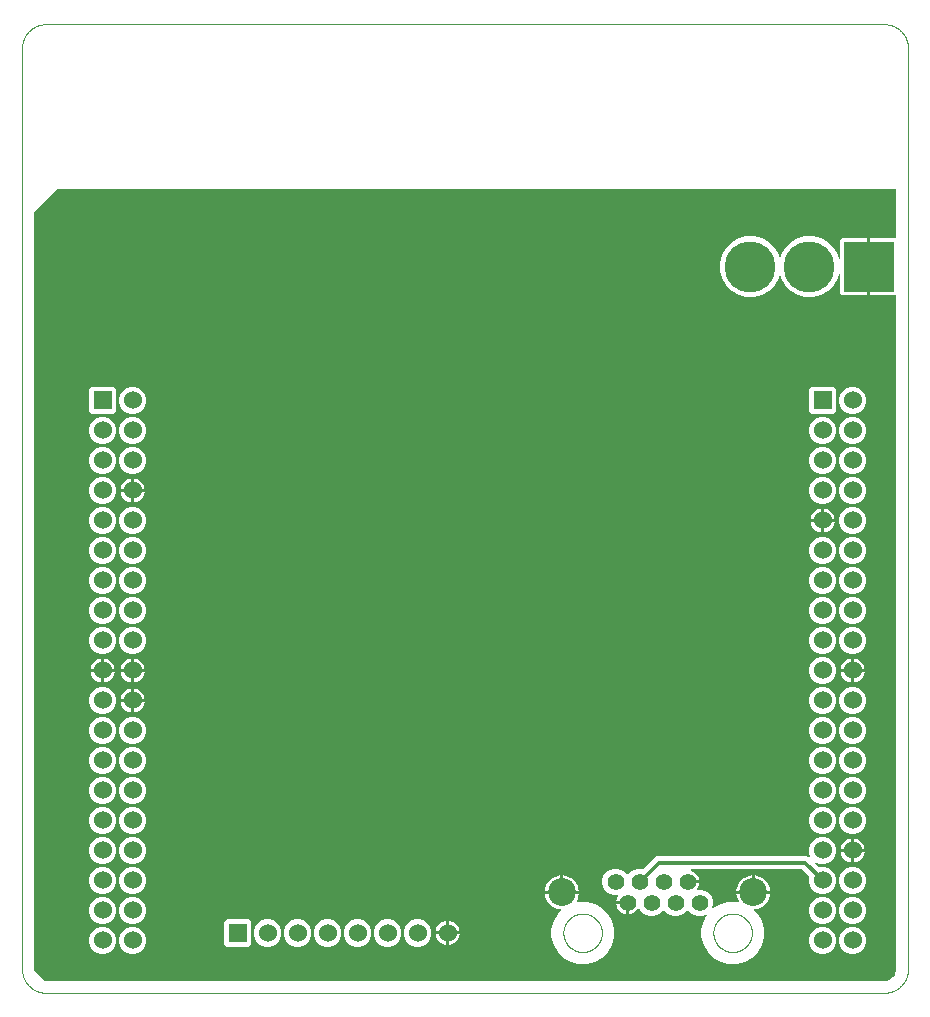
<source format=gbl>
G04 EAGLE Gerber RS-274X export*
G75*
%MOMM*%
%FSLAX34Y34*%
%LPD*%
%INBottom layer*%
%IPPOS*%
%AMOC8*
5,1,8,0,0,1.08239X$1,22.5*%
G01*
%ADD10C,0.000000*%
%ADD11C,1.530000*%
%ADD12R,1.530000X1.530000*%
%ADD13C,1.422400*%
%ADD14C,2.362200*%
%ADD15R,4.316000X4.316000*%
%ADD16C,4.316000*%
%ADD17C,0.304800*%

G36*
X700022Y10165D02*
X700022Y10165D01*
X700050Y10163D01*
X701490Y10276D01*
X701538Y10289D01*
X701636Y10305D01*
X704375Y11195D01*
X704380Y11198D01*
X704386Y11199D01*
X704552Y11285D01*
X706882Y12978D01*
X706886Y12982D01*
X706891Y12985D01*
X707022Y13118D01*
X708715Y15448D01*
X708717Y15453D01*
X708721Y15457D01*
X708805Y15625D01*
X709695Y18364D01*
X709702Y18414D01*
X709724Y18510D01*
X709837Y19950D01*
X709835Y19972D01*
X709839Y20000D01*
X709839Y590308D01*
X709833Y590343D01*
X709835Y590380D01*
X709813Y590453D01*
X709800Y590529D01*
X709781Y590560D01*
X709771Y590594D01*
X709725Y590656D01*
X709685Y590722D01*
X709657Y590745D01*
X709636Y590773D01*
X709571Y590815D01*
X709511Y590863D01*
X709477Y590875D01*
X709446Y590894D01*
X709371Y590910D01*
X709299Y590935D01*
X709263Y590934D01*
X709227Y590942D01*
X709124Y590930D01*
X709074Y590928D01*
X709060Y590922D01*
X709041Y590920D01*
X708515Y590779D01*
X687869Y590779D01*
X687869Y614265D01*
X687858Y614330D01*
X687856Y614395D01*
X687838Y614439D01*
X687830Y614486D01*
X687796Y614542D01*
X687771Y614603D01*
X687739Y614638D01*
X687715Y614679D01*
X687664Y614720D01*
X687620Y614769D01*
X687578Y614791D01*
X687541Y614820D01*
X687479Y614841D01*
X687420Y614871D01*
X687366Y614880D01*
X687329Y614892D01*
X687289Y614891D01*
X687235Y614899D01*
X685965Y614899D01*
X685900Y614887D01*
X685834Y614886D01*
X685791Y614868D01*
X685744Y614859D01*
X685687Y614826D01*
X685627Y614801D01*
X685592Y614769D01*
X685551Y614745D01*
X685510Y614694D01*
X685461Y614650D01*
X685439Y614608D01*
X685410Y614571D01*
X685389Y614509D01*
X685358Y614450D01*
X685350Y614396D01*
X685338Y614359D01*
X685339Y614319D01*
X685331Y614265D01*
X685331Y590779D01*
X664685Y590779D01*
X664039Y590952D01*
X663460Y591287D01*
X662987Y591760D01*
X662652Y592339D01*
X662479Y592985D01*
X662479Y607582D01*
X662474Y607611D01*
X662476Y607641D01*
X662454Y607721D01*
X662440Y607802D01*
X662424Y607828D01*
X662416Y607857D01*
X662368Y607924D01*
X662325Y607996D01*
X662302Y608015D01*
X662285Y608039D01*
X662216Y608085D01*
X662151Y608137D01*
X662123Y608147D01*
X662098Y608163D01*
X662017Y608182D01*
X661939Y608209D01*
X661909Y608208D01*
X661880Y608215D01*
X661797Y608205D01*
X661714Y608202D01*
X661687Y608191D01*
X661657Y608187D01*
X661583Y608149D01*
X661507Y608118D01*
X661484Y608098D01*
X661458Y608084D01*
X661402Y608022D01*
X661341Y607967D01*
X661327Y607940D01*
X661307Y607918D01*
X661259Y607807D01*
X661238Y607767D01*
X661237Y607756D01*
X661232Y607746D01*
X660497Y605002D01*
X657121Y599154D01*
X652346Y594379D01*
X646498Y591003D01*
X639976Y589255D01*
X633224Y589255D01*
X626702Y591003D01*
X620854Y594379D01*
X616079Y599154D01*
X612703Y605001D01*
X612213Y606831D01*
X612187Y606885D01*
X612171Y606943D01*
X612140Y606986D01*
X612117Y607034D01*
X612075Y607076D01*
X612040Y607124D01*
X611995Y607154D01*
X611957Y607191D01*
X611902Y607216D01*
X611853Y607249D01*
X611801Y607261D01*
X611752Y607283D01*
X611693Y607287D01*
X611635Y607300D01*
X611581Y607294D01*
X611528Y607297D01*
X611471Y607280D01*
X611412Y607273D01*
X611364Y607248D01*
X611313Y607233D01*
X611266Y607197D01*
X611213Y607169D01*
X611177Y607130D01*
X611134Y607098D01*
X611102Y607047D01*
X611062Y607003D01*
X611037Y606945D01*
X611014Y606909D01*
X611006Y606874D01*
X610987Y606831D01*
X610497Y605002D01*
X607121Y599154D01*
X602346Y594379D01*
X596498Y591003D01*
X589976Y589255D01*
X583224Y589255D01*
X576702Y591003D01*
X570854Y594379D01*
X566079Y599154D01*
X562703Y605002D01*
X560955Y611524D01*
X560955Y618276D01*
X562703Y624798D01*
X566079Y630646D01*
X570854Y635421D01*
X576702Y638797D01*
X583224Y640545D01*
X589976Y640545D01*
X596498Y638797D01*
X602346Y635421D01*
X607121Y630646D01*
X610497Y624798D01*
X610987Y622969D01*
X611013Y622915D01*
X611029Y622857D01*
X611060Y622814D01*
X611083Y622766D01*
X611125Y622724D01*
X611160Y622676D01*
X611205Y622646D01*
X611243Y622609D01*
X611298Y622584D01*
X611347Y622551D01*
X611399Y622539D01*
X611448Y622517D01*
X611507Y622513D01*
X611565Y622500D01*
X611619Y622506D01*
X611672Y622503D01*
X611729Y622520D01*
X611788Y622527D01*
X611836Y622552D01*
X611887Y622567D01*
X611934Y622603D01*
X611987Y622631D01*
X612023Y622670D01*
X612066Y622702D01*
X612098Y622753D01*
X612138Y622797D01*
X612163Y622855D01*
X612187Y622891D01*
X612194Y622925D01*
X612213Y622969D01*
X612703Y624799D01*
X616079Y630646D01*
X620854Y635421D01*
X626702Y638797D01*
X633224Y640545D01*
X639976Y640545D01*
X646498Y638797D01*
X652346Y635421D01*
X657121Y630646D01*
X660497Y624798D01*
X661232Y622054D01*
X661245Y622027D01*
X661250Y621998D01*
X661293Y621926D01*
X661328Y621851D01*
X661349Y621830D01*
X661365Y621804D01*
X661429Y621752D01*
X661488Y621694D01*
X661515Y621682D01*
X661539Y621663D01*
X661617Y621637D01*
X661693Y621603D01*
X661723Y621601D01*
X661751Y621591D01*
X661834Y621594D01*
X661917Y621588D01*
X661946Y621597D01*
X661976Y621598D01*
X662052Y621629D01*
X662132Y621653D01*
X662156Y621671D01*
X662183Y621682D01*
X662245Y621738D01*
X662311Y621788D01*
X662327Y621813D01*
X662349Y621834D01*
X662387Y621907D01*
X662431Y621977D01*
X662438Y622006D01*
X662452Y622033D01*
X662469Y622153D01*
X662479Y622196D01*
X662478Y622208D01*
X662479Y622219D01*
X662479Y636815D01*
X662652Y637461D01*
X662987Y638040D01*
X663460Y638513D01*
X664039Y638848D01*
X664685Y639021D01*
X685331Y639021D01*
X685331Y615535D01*
X685342Y615470D01*
X685344Y615405D01*
X685362Y615361D01*
X685370Y615314D01*
X685404Y615258D01*
X685429Y615197D01*
X685460Y615162D01*
X685485Y615121D01*
X685536Y615080D01*
X685580Y615031D01*
X685622Y615009D01*
X685659Y614980D01*
X685721Y614959D01*
X685780Y614929D01*
X685834Y614920D01*
X685871Y614908D01*
X685911Y614909D01*
X685965Y614901D01*
X687235Y614901D01*
X687300Y614913D01*
X687365Y614914D01*
X687409Y614932D01*
X687456Y614941D01*
X687513Y614974D01*
X687573Y614999D01*
X687608Y615031D01*
X687649Y615055D01*
X687690Y615106D01*
X687739Y615150D01*
X687761Y615192D01*
X687790Y615229D01*
X687811Y615291D01*
X687842Y615350D01*
X687850Y615404D01*
X687862Y615441D01*
X687861Y615481D01*
X687869Y615535D01*
X687869Y639021D01*
X708515Y639021D01*
X709041Y638880D01*
X709077Y638877D01*
X709111Y638865D01*
X709188Y638867D01*
X709264Y638861D01*
X709299Y638871D01*
X709336Y638872D01*
X709406Y638900D01*
X709481Y638921D01*
X709510Y638942D01*
X709543Y638956D01*
X709600Y639008D01*
X709662Y639053D01*
X709682Y639083D01*
X709709Y639107D01*
X709744Y639176D01*
X709787Y639239D01*
X709795Y639275D01*
X709812Y639307D01*
X709827Y639409D01*
X709838Y639458D01*
X709836Y639473D01*
X709839Y639492D01*
X709839Y680000D01*
X709828Y680065D01*
X709826Y680131D01*
X709808Y680174D01*
X709800Y680221D01*
X709766Y680278D01*
X709741Y680338D01*
X709710Y680373D01*
X709685Y680414D01*
X709634Y680456D01*
X709590Y680504D01*
X709548Y680526D01*
X709511Y680555D01*
X709449Y680576D01*
X709390Y680607D01*
X709336Y680615D01*
X709299Y680627D01*
X709259Y680626D01*
X709205Y680634D01*
X0Y680634D01*
X-42Y680627D01*
X-84Y680629D01*
X-151Y680607D01*
X-221Y680595D01*
X-257Y680573D01*
X-298Y680560D01*
X-371Y680506D01*
X-414Y680480D01*
X-427Y680464D01*
X-448Y680448D01*
X-19653Y661243D01*
X-19678Y661209D01*
X-19709Y661180D01*
X-19741Y661117D01*
X-19782Y661059D01*
X-19792Y661018D01*
X-19812Y660980D01*
X-19825Y660891D01*
X-19838Y660842D01*
X-19835Y660821D01*
X-19839Y660795D01*
X-19839Y20000D01*
X-19835Y19978D01*
X-19837Y19950D01*
X-19769Y19087D01*
X-19765Y19070D01*
X-19766Y19053D01*
X-19737Y18962D01*
X-19713Y18870D01*
X-19702Y18856D01*
X-19697Y18839D01*
X-19586Y18689D01*
X-11311Y10414D01*
X-11297Y10404D01*
X-11286Y10391D01*
X-11205Y10341D01*
X-11127Y10286D01*
X-11110Y10282D01*
X-11095Y10273D01*
X-10913Y10231D01*
X-10910Y10230D01*
X-10050Y10163D01*
X-10028Y10165D01*
X-10000Y10161D01*
X700000Y10161D01*
X700022Y10165D01*
G37*
%LPC*%
G36*
X568022Y24383D02*
X568022Y24383D01*
X561304Y26183D01*
X555280Y29661D01*
X550361Y34580D01*
X546883Y40604D01*
X545083Y47322D01*
X545083Y54278D01*
X546883Y60996D01*
X549351Y65270D01*
X549357Y65287D01*
X549368Y65302D01*
X549395Y65392D01*
X549427Y65481D01*
X549427Y65499D01*
X549432Y65517D01*
X549426Y65611D01*
X549425Y65705D01*
X549418Y65722D01*
X549417Y65740D01*
X549378Y65827D01*
X549344Y65915D01*
X549332Y65929D01*
X549325Y65945D01*
X549259Y66012D01*
X549196Y66083D01*
X549180Y66092D01*
X549168Y66105D01*
X549082Y66145D01*
X548999Y66190D01*
X548981Y66192D01*
X548964Y66200D01*
X548870Y66208D01*
X548777Y66221D01*
X548759Y66217D01*
X548741Y66218D01*
X548559Y66173D01*
X548558Y66172D01*
X548557Y66172D01*
X545783Y65023D01*
X541337Y65023D01*
X537229Y66725D01*
X534085Y69869D01*
X533986Y70108D01*
X533938Y70182D01*
X533896Y70261D01*
X533878Y70276D01*
X533865Y70296D01*
X533794Y70350D01*
X533727Y70409D01*
X533704Y70417D01*
X533686Y70431D01*
X533600Y70457D01*
X533517Y70488D01*
X533493Y70488D01*
X533470Y70495D01*
X533382Y70489D01*
X533293Y70490D01*
X533270Y70482D01*
X533247Y70480D01*
X533166Y70444D01*
X533082Y70413D01*
X533064Y70398D01*
X533042Y70388D01*
X532978Y70326D01*
X532911Y70268D01*
X532897Y70246D01*
X532882Y70231D01*
X532861Y70185D01*
X532814Y70108D01*
X532715Y69869D01*
X529571Y66725D01*
X525463Y65023D01*
X521017Y65023D01*
X516909Y66725D01*
X513765Y69869D01*
X513666Y70108D01*
X513618Y70183D01*
X513576Y70261D01*
X513558Y70276D01*
X513545Y70296D01*
X513474Y70350D01*
X513407Y70409D01*
X513385Y70417D01*
X513366Y70431D01*
X513280Y70457D01*
X513197Y70488D01*
X513173Y70488D01*
X513150Y70495D01*
X513062Y70489D01*
X512973Y70490D01*
X512950Y70482D01*
X512927Y70480D01*
X512845Y70444D01*
X512762Y70413D01*
X512744Y70398D01*
X512722Y70388D01*
X512658Y70326D01*
X512591Y70268D01*
X512577Y70246D01*
X512562Y70231D01*
X512541Y70185D01*
X512494Y70108D01*
X512395Y69869D01*
X509251Y66725D01*
X505143Y65023D01*
X500697Y65023D01*
X496589Y66725D01*
X493445Y69869D01*
X492521Y72099D01*
X492473Y72174D01*
X492431Y72252D01*
X492413Y72268D01*
X492400Y72288D01*
X492329Y72341D01*
X492262Y72400D01*
X492240Y72408D01*
X492221Y72422D01*
X492135Y72448D01*
X492052Y72479D01*
X492028Y72480D01*
X492006Y72486D01*
X491917Y72480D01*
X491828Y72481D01*
X491805Y72473D01*
X491782Y72471D01*
X491701Y72435D01*
X491617Y72405D01*
X491599Y72389D01*
X491577Y72380D01*
X491514Y72317D01*
X491446Y72259D01*
X491432Y72237D01*
X491417Y72222D01*
X491396Y72176D01*
X491349Y72099D01*
X491154Y71628D01*
X490098Y70047D01*
X488753Y68702D01*
X487172Y67646D01*
X485416Y66918D01*
X483869Y66611D01*
X483869Y75565D01*
X483858Y75630D01*
X483856Y75695D01*
X483838Y75739D01*
X483830Y75786D01*
X483796Y75842D01*
X483771Y75903D01*
X483739Y75938D01*
X483715Y75979D01*
X483664Y76020D01*
X483620Y76069D01*
X483578Y76091D01*
X483541Y76120D01*
X483479Y76141D01*
X483420Y76171D01*
X483366Y76180D01*
X483329Y76192D01*
X483289Y76191D01*
X483235Y76199D01*
X482599Y76199D01*
X482599Y76835D01*
X482587Y76900D01*
X482586Y76965D01*
X482568Y77009D01*
X482559Y77056D01*
X482526Y77113D01*
X482501Y77173D01*
X482469Y77208D01*
X482445Y77249D01*
X482394Y77290D01*
X482350Y77339D01*
X482308Y77361D01*
X482271Y77390D01*
X482209Y77411D01*
X482150Y77442D01*
X482096Y77450D01*
X482059Y77462D01*
X482019Y77461D01*
X481965Y77469D01*
X473011Y77469D01*
X473318Y79016D01*
X474046Y80772D01*
X474744Y81817D01*
X474755Y81842D01*
X474772Y81863D01*
X474799Y81944D01*
X474833Y82022D01*
X474835Y82049D01*
X474844Y82075D01*
X474841Y82161D01*
X474846Y82246D01*
X474838Y82272D01*
X474837Y82300D01*
X474805Y82379D01*
X474780Y82461D01*
X474763Y82482D01*
X474753Y82507D01*
X474695Y82571D01*
X474643Y82639D01*
X474620Y82653D01*
X474601Y82673D01*
X474525Y82712D01*
X474453Y82758D01*
X474426Y82763D01*
X474402Y82776D01*
X474272Y82795D01*
X474233Y82803D01*
X474225Y82802D01*
X474216Y82803D01*
X470217Y82803D01*
X466109Y84505D01*
X462965Y87649D01*
X461263Y91757D01*
X461263Y96203D01*
X462965Y100311D01*
X466109Y103455D01*
X470217Y105157D01*
X474663Y105157D01*
X478771Y103455D01*
X481915Y100311D01*
X482014Y100072D01*
X482062Y99998D01*
X482105Y99919D01*
X482122Y99904D01*
X482135Y99884D01*
X482206Y99830D01*
X482273Y99771D01*
X482296Y99763D01*
X482315Y99749D01*
X482400Y99723D01*
X482483Y99692D01*
X482507Y99692D01*
X482530Y99685D01*
X482619Y99691D01*
X482707Y99690D01*
X482730Y99698D01*
X482753Y99700D01*
X482835Y99736D01*
X482918Y99767D01*
X482937Y99782D01*
X482958Y99792D01*
X483021Y99854D01*
X483089Y99912D01*
X483103Y99935D01*
X483118Y99949D01*
X483139Y99995D01*
X483186Y100072D01*
X483285Y100311D01*
X486429Y103455D01*
X490537Y105157D01*
X494983Y105157D01*
X495334Y105011D01*
X495387Y105000D01*
X495437Y104979D01*
X495496Y104976D01*
X495553Y104964D01*
X495607Y104971D01*
X495661Y104969D01*
X495717Y104987D01*
X495775Y104995D01*
X495823Y105021D01*
X495875Y105037D01*
X495932Y105080D01*
X495973Y105102D01*
X495993Y105125D01*
X496025Y105149D01*
X503953Y113077D01*
X505614Y114738D01*
X507668Y115589D01*
X633912Y115589D01*
X635966Y114738D01*
X636171Y114533D01*
X636254Y114475D01*
X636334Y114415D01*
X636346Y114411D01*
X636355Y114404D01*
X636453Y114379D01*
X636549Y114351D01*
X636561Y114351D01*
X636573Y114349D01*
X636673Y114359D01*
X636773Y114366D01*
X636784Y114370D01*
X636796Y114372D01*
X636886Y114416D01*
X636978Y114458D01*
X636986Y114466D01*
X636997Y114471D01*
X637066Y114544D01*
X637138Y114615D01*
X637143Y114626D01*
X637151Y114634D01*
X637190Y114727D01*
X637233Y114818D01*
X637234Y114830D01*
X637238Y114841D01*
X637243Y114942D01*
X637251Y115042D01*
X637248Y115055D01*
X637248Y115065D01*
X637234Y115109D01*
X637206Y115224D01*
X635985Y118170D01*
X635985Y122830D01*
X637769Y127136D01*
X641064Y130431D01*
X645370Y132215D01*
X650030Y132215D01*
X654336Y130431D01*
X657631Y127136D01*
X659415Y122830D01*
X659415Y118170D01*
X657631Y113864D01*
X654336Y110569D01*
X650030Y108785D01*
X645370Y108785D01*
X642424Y110006D01*
X642325Y110027D01*
X642228Y110052D01*
X642216Y110051D01*
X642205Y110053D01*
X642105Y110039D01*
X642005Y110029D01*
X641994Y110024D01*
X641982Y110022D01*
X641894Y109974D01*
X641804Y109929D01*
X641796Y109921D01*
X641785Y109915D01*
X641719Y109839D01*
X641650Y109766D01*
X641645Y109755D01*
X641637Y109746D01*
X641602Y109652D01*
X641562Y109560D01*
X641562Y109548D01*
X641558Y109537D01*
X641557Y109436D01*
X641552Y109335D01*
X641556Y109324D01*
X641556Y109312D01*
X641590Y109218D01*
X641621Y109122D01*
X641629Y109111D01*
X641632Y109101D01*
X641662Y109066D01*
X641733Y108971D01*
X644023Y106681D01*
X644067Y106650D01*
X644105Y106611D01*
X644159Y106586D01*
X644207Y106553D01*
X644260Y106539D01*
X644309Y106516D01*
X644367Y106511D01*
X644424Y106497D01*
X644478Y106502D01*
X644532Y106498D01*
X644601Y106515D01*
X644648Y106520D01*
X644675Y106533D01*
X644714Y106543D01*
X645370Y106815D01*
X650030Y106815D01*
X654336Y105031D01*
X657631Y101736D01*
X659415Y97430D01*
X659415Y92770D01*
X657631Y88464D01*
X654336Y85169D01*
X650030Y83385D01*
X645370Y83385D01*
X641064Y85169D01*
X637769Y88464D01*
X635985Y92770D01*
X635985Y97430D01*
X636257Y98086D01*
X636268Y98139D01*
X636289Y98189D01*
X636291Y98214D01*
X636295Y98228D01*
X636294Y98258D01*
X636305Y98305D01*
X636297Y98359D01*
X636299Y98413D01*
X636289Y98446D01*
X636289Y98452D01*
X636281Y98470D01*
X636273Y98527D01*
X636247Y98575D01*
X636231Y98626D01*
X636188Y98684D01*
X636166Y98724D01*
X636143Y98745D01*
X636119Y98777D01*
X630671Y104225D01*
X630636Y104250D01*
X630607Y104281D01*
X630544Y104313D01*
X630487Y104354D01*
X630446Y104364D01*
X630408Y104384D01*
X630318Y104397D01*
X630269Y104410D01*
X630249Y104407D01*
X630222Y104411D01*
X536629Y104411D01*
X536530Y104393D01*
X536430Y104379D01*
X536420Y104374D01*
X536408Y104372D01*
X536322Y104321D01*
X536233Y104273D01*
X536225Y104264D01*
X536215Y104257D01*
X536152Y104180D01*
X536085Y104104D01*
X536081Y104092D01*
X536074Y104083D01*
X536041Y103988D01*
X536006Y103894D01*
X536006Y103882D01*
X536002Y103871D01*
X536005Y103771D01*
X536004Y103670D01*
X536008Y103658D01*
X536008Y103646D01*
X536046Y103554D01*
X536080Y103459D01*
X536088Y103450D01*
X536093Y103439D01*
X536161Y103364D01*
X536226Y103288D01*
X536237Y103281D01*
X536244Y103273D01*
X536285Y103252D01*
X536386Y103191D01*
X537972Y102534D01*
X539553Y101478D01*
X540898Y100133D01*
X541954Y98552D01*
X542682Y96796D01*
X542989Y95249D01*
X534035Y95249D01*
X533970Y95238D01*
X533905Y95236D01*
X533861Y95218D01*
X533814Y95210D01*
X533758Y95176D01*
X533697Y95151D01*
X533662Y95119D01*
X533621Y95095D01*
X533580Y95044D01*
X533531Y95000D01*
X533509Y94958D01*
X533480Y94921D01*
X533459Y94859D01*
X533429Y94800D01*
X533420Y94746D01*
X533408Y94709D01*
X533409Y94669D01*
X533401Y94615D01*
X533401Y93345D01*
X533413Y93280D01*
X533414Y93214D01*
X533432Y93171D01*
X533441Y93124D01*
X533474Y93067D01*
X533499Y93007D01*
X533531Y92972D01*
X533555Y92931D01*
X533606Y92890D01*
X533650Y92841D01*
X533692Y92819D01*
X533729Y92790D01*
X533791Y92769D01*
X533850Y92738D01*
X533904Y92730D01*
X533941Y92718D01*
X533981Y92719D01*
X534035Y92711D01*
X542989Y92711D01*
X542682Y91164D01*
X541954Y89408D01*
X541256Y88363D01*
X541245Y88338D01*
X541228Y88317D01*
X541201Y88236D01*
X541167Y88158D01*
X541165Y88131D01*
X541156Y88105D01*
X541159Y88019D01*
X541154Y87934D01*
X541162Y87908D01*
X541163Y87880D01*
X541195Y87801D01*
X541220Y87719D01*
X541237Y87698D01*
X541247Y87673D01*
X541305Y87609D01*
X541357Y87541D01*
X541380Y87527D01*
X541399Y87507D01*
X541475Y87468D01*
X541547Y87422D01*
X541574Y87417D01*
X541598Y87404D01*
X541728Y87385D01*
X541767Y87377D01*
X541775Y87378D01*
X541784Y87377D01*
X545783Y87377D01*
X549891Y85675D01*
X553035Y82531D01*
X554737Y78423D01*
X554737Y73977D01*
X554132Y72516D01*
X554110Y72418D01*
X554085Y72320D01*
X554086Y72309D01*
X554084Y72297D01*
X554098Y72197D01*
X554108Y72097D01*
X554114Y72087D01*
X554115Y72075D01*
X554163Y71987D01*
X554208Y71896D01*
X554217Y71888D01*
X554222Y71878D01*
X554298Y71812D01*
X554371Y71742D01*
X554382Y71738D01*
X554391Y71730D01*
X554485Y71694D01*
X554578Y71655D01*
X554590Y71654D01*
X554601Y71650D01*
X554702Y71649D01*
X554802Y71645D01*
X554813Y71649D01*
X554825Y71648D01*
X554920Y71683D01*
X555016Y71714D01*
X555026Y71721D01*
X555036Y71725D01*
X555071Y71755D01*
X555166Y71825D01*
X555280Y71939D01*
X561304Y75417D01*
X568022Y77217D01*
X574978Y77217D01*
X575863Y76980D01*
X575935Y76973D01*
X576006Y76958D01*
X576046Y76964D01*
X576087Y76961D01*
X576157Y76980D01*
X576228Y76991D01*
X576264Y77010D01*
X576303Y77021D01*
X576362Y77064D01*
X576425Y77098D01*
X576452Y77129D01*
X576484Y77153D01*
X576525Y77213D01*
X576572Y77268D01*
X576586Y77306D01*
X576609Y77339D01*
X576626Y77410D01*
X576651Y77478D01*
X576651Y77518D01*
X576660Y77558D01*
X576652Y77630D01*
X576652Y77702D01*
X576637Y77746D01*
X576633Y77780D01*
X576613Y77819D01*
X576592Y77880D01*
X575726Y79581D01*
X575028Y81729D01*
X574696Y83821D01*
X588391Y83821D01*
X588456Y83832D01*
X588521Y83834D01*
X588565Y83852D01*
X588612Y83860D01*
X588668Y83894D01*
X588729Y83919D01*
X588764Y83950D01*
X588805Y83975D01*
X588846Y84026D01*
X588895Y84070D01*
X588917Y84112D01*
X588946Y84149D01*
X588967Y84211D01*
X588997Y84270D01*
X589006Y84324D01*
X589018Y84361D01*
X589017Y84401D01*
X589025Y84455D01*
X589025Y85091D01*
X589027Y85091D01*
X589027Y84455D01*
X589039Y84390D01*
X589040Y84324D01*
X589058Y84281D01*
X589067Y84234D01*
X589100Y84177D01*
X589125Y84117D01*
X589157Y84082D01*
X589181Y84041D01*
X589232Y84000D01*
X589276Y83951D01*
X589318Y83929D01*
X589355Y83900D01*
X589417Y83879D01*
X589476Y83848D01*
X589530Y83840D01*
X589567Y83828D01*
X589607Y83829D01*
X589661Y83821D01*
X603356Y83821D01*
X603024Y81729D01*
X602326Y79581D01*
X601301Y77568D01*
X599973Y75740D01*
X598376Y74143D01*
X596548Y72815D01*
X594535Y71790D01*
X592387Y71092D01*
X590319Y70764D01*
X590281Y70751D01*
X590242Y70747D01*
X590176Y70714D01*
X590107Y70690D01*
X590076Y70665D01*
X590041Y70648D01*
X589991Y70594D01*
X589934Y70547D01*
X589914Y70513D01*
X589887Y70484D01*
X589858Y70417D01*
X589822Y70353D01*
X589815Y70314D01*
X589800Y70278D01*
X589796Y70204D01*
X589784Y70132D01*
X589791Y70093D01*
X589790Y70053D01*
X589812Y69984D01*
X589826Y69912D01*
X589846Y69878D01*
X589858Y69840D01*
X589915Y69763D01*
X589941Y69719D01*
X589956Y69708D01*
X589970Y69689D01*
X592639Y67020D01*
X596117Y60996D01*
X597917Y54278D01*
X597917Y47322D01*
X596117Y40604D01*
X592639Y34580D01*
X587720Y29661D01*
X581696Y26183D01*
X574978Y24383D01*
X568022Y24383D01*
G37*
%LPD*%
%LPC*%
G36*
X441022Y24383D02*
X441022Y24383D01*
X434304Y26183D01*
X428280Y29661D01*
X423361Y34580D01*
X419883Y40604D01*
X418083Y47322D01*
X418083Y54278D01*
X419883Y60996D01*
X423361Y67020D01*
X426030Y69689D01*
X426053Y69722D01*
X426083Y69748D01*
X426117Y69813D01*
X426158Y69873D01*
X426168Y69912D01*
X426187Y69947D01*
X426196Y70020D01*
X426214Y70091D01*
X426210Y70130D01*
X426215Y70170D01*
X426199Y70241D01*
X426191Y70314D01*
X426174Y70349D01*
X426165Y70388D01*
X426124Y70449D01*
X426092Y70515D01*
X426063Y70542D01*
X426041Y70575D01*
X425982Y70619D01*
X425928Y70669D01*
X425892Y70684D01*
X425860Y70708D01*
X425768Y70737D01*
X425722Y70756D01*
X425703Y70757D01*
X425681Y70764D01*
X423613Y71092D01*
X421465Y71790D01*
X419452Y72815D01*
X417624Y74143D01*
X416027Y75740D01*
X414699Y77568D01*
X413674Y79581D01*
X412976Y81729D01*
X412644Y83821D01*
X426339Y83821D01*
X426404Y83832D01*
X426469Y83834D01*
X426513Y83852D01*
X426560Y83860D01*
X426616Y83894D01*
X426677Y83919D01*
X426712Y83950D01*
X426753Y83975D01*
X426794Y84026D01*
X426843Y84070D01*
X426865Y84112D01*
X426894Y84149D01*
X426915Y84211D01*
X426945Y84270D01*
X426954Y84324D01*
X426966Y84361D01*
X426965Y84401D01*
X426973Y84455D01*
X426973Y85091D01*
X426975Y85091D01*
X426975Y84455D01*
X426987Y84390D01*
X426988Y84324D01*
X427006Y84281D01*
X427015Y84234D01*
X427048Y84177D01*
X427073Y84117D01*
X427105Y84082D01*
X427129Y84041D01*
X427180Y84000D01*
X427224Y83951D01*
X427266Y83929D01*
X427303Y83900D01*
X427365Y83879D01*
X427424Y83848D01*
X427478Y83840D01*
X427515Y83828D01*
X427555Y83829D01*
X427609Y83821D01*
X441304Y83821D01*
X440972Y81729D01*
X440274Y79581D01*
X439408Y77880D01*
X439387Y77811D01*
X439357Y77744D01*
X439354Y77704D01*
X439343Y77665D01*
X439347Y77593D01*
X439343Y77520D01*
X439354Y77482D01*
X439357Y77441D01*
X439386Y77375D01*
X439407Y77305D01*
X439431Y77273D01*
X439448Y77236D01*
X439499Y77184D01*
X439542Y77126D01*
X439576Y77105D01*
X439605Y77076D01*
X439670Y77045D01*
X439731Y77006D01*
X439771Y76997D01*
X439807Y76980D01*
X439880Y76974D01*
X439951Y76958D01*
X439997Y76964D01*
X440031Y76961D01*
X440073Y76972D01*
X440137Y76980D01*
X441022Y77217D01*
X447978Y77217D01*
X454696Y75417D01*
X460720Y71939D01*
X465639Y67020D01*
X469117Y60996D01*
X470917Y54278D01*
X470917Y47322D01*
X469117Y40604D01*
X465639Y34580D01*
X460720Y29661D01*
X454696Y26183D01*
X447978Y24383D01*
X441022Y24383D01*
G37*
%LPD*%
%LPC*%
G36*
X28766Y489785D02*
X28766Y489785D01*
X26385Y492166D01*
X26385Y510834D01*
X28766Y513215D01*
X47434Y513215D01*
X49815Y510834D01*
X49815Y492166D01*
X47434Y489785D01*
X28766Y489785D01*
G37*
%LPD*%
%LPC*%
G36*
X638366Y489785D02*
X638366Y489785D01*
X635985Y492166D01*
X635985Y510834D01*
X638366Y513215D01*
X657034Y513215D01*
X659415Y510834D01*
X659415Y492166D01*
X657034Y489785D01*
X638366Y489785D01*
G37*
%LPD*%
%LPC*%
G36*
X143066Y39085D02*
X143066Y39085D01*
X140685Y41466D01*
X140685Y60134D01*
X143066Y62515D01*
X161734Y62515D01*
X164115Y60134D01*
X164115Y41466D01*
X161734Y39085D01*
X143066Y39085D01*
G37*
%LPD*%
%LPC*%
G36*
X61170Y489785D02*
X61170Y489785D01*
X56864Y491569D01*
X53569Y494864D01*
X51785Y499170D01*
X51785Y503830D01*
X53569Y508136D01*
X56864Y511431D01*
X61170Y513215D01*
X65830Y513215D01*
X70136Y511431D01*
X73431Y508136D01*
X75215Y503830D01*
X75215Y499170D01*
X73431Y494864D01*
X70136Y491569D01*
X65830Y489785D01*
X61170Y489785D01*
G37*
%LPD*%
%LPC*%
G36*
X670770Y489785D02*
X670770Y489785D01*
X666464Y491569D01*
X663169Y494864D01*
X661385Y499170D01*
X661385Y503830D01*
X663169Y508136D01*
X666464Y511431D01*
X670770Y513215D01*
X675430Y513215D01*
X679736Y511431D01*
X683031Y508136D01*
X684815Y503830D01*
X684815Y499170D01*
X683031Y494864D01*
X679736Y491569D01*
X675430Y489785D01*
X670770Y489785D01*
G37*
%LPD*%
%LPC*%
G36*
X670770Y464385D02*
X670770Y464385D01*
X666464Y466169D01*
X663169Y469464D01*
X661385Y473770D01*
X661385Y478430D01*
X663169Y482736D01*
X666464Y486031D01*
X670770Y487815D01*
X675430Y487815D01*
X679736Y486031D01*
X683031Y482736D01*
X684815Y478430D01*
X684815Y473770D01*
X683031Y469464D01*
X679736Y466169D01*
X675430Y464385D01*
X670770Y464385D01*
G37*
%LPD*%
%LPC*%
G36*
X645370Y464385D02*
X645370Y464385D01*
X641064Y466169D01*
X637769Y469464D01*
X635985Y473770D01*
X635985Y478430D01*
X637769Y482736D01*
X641064Y486031D01*
X645370Y487815D01*
X650030Y487815D01*
X654336Y486031D01*
X657631Y482736D01*
X659415Y478430D01*
X659415Y473770D01*
X657631Y469464D01*
X654336Y466169D01*
X650030Y464385D01*
X645370Y464385D01*
G37*
%LPD*%
%LPC*%
G36*
X61170Y464385D02*
X61170Y464385D01*
X56864Y466169D01*
X53569Y469464D01*
X51785Y473770D01*
X51785Y478430D01*
X53569Y482736D01*
X56864Y486031D01*
X61170Y487815D01*
X65830Y487815D01*
X70136Y486031D01*
X73431Y482736D01*
X75215Y478430D01*
X75215Y473770D01*
X73431Y469464D01*
X70136Y466169D01*
X65830Y464385D01*
X61170Y464385D01*
G37*
%LPD*%
%LPC*%
G36*
X35770Y464385D02*
X35770Y464385D01*
X31464Y466169D01*
X28169Y469464D01*
X26385Y473770D01*
X26385Y478430D01*
X28169Y482736D01*
X31464Y486031D01*
X35770Y487815D01*
X40430Y487815D01*
X44736Y486031D01*
X48031Y482736D01*
X49815Y478430D01*
X49815Y473770D01*
X48031Y469464D01*
X44736Y466169D01*
X40430Y464385D01*
X35770Y464385D01*
G37*
%LPD*%
%LPC*%
G36*
X670770Y438985D02*
X670770Y438985D01*
X666464Y440769D01*
X663169Y444064D01*
X661385Y448370D01*
X661385Y453030D01*
X663169Y457336D01*
X666464Y460631D01*
X670770Y462415D01*
X675430Y462415D01*
X679736Y460631D01*
X683031Y457336D01*
X684815Y453030D01*
X684815Y448370D01*
X683031Y444064D01*
X679736Y440769D01*
X675430Y438985D01*
X670770Y438985D01*
G37*
%LPD*%
%LPC*%
G36*
X645370Y438985D02*
X645370Y438985D01*
X641064Y440769D01*
X637769Y444064D01*
X635985Y448370D01*
X635985Y453030D01*
X637769Y457336D01*
X641064Y460631D01*
X645370Y462415D01*
X650030Y462415D01*
X654336Y460631D01*
X657631Y457336D01*
X659415Y453030D01*
X659415Y448370D01*
X657631Y444064D01*
X654336Y440769D01*
X650030Y438985D01*
X645370Y438985D01*
G37*
%LPD*%
%LPC*%
G36*
X61170Y438985D02*
X61170Y438985D01*
X56864Y440769D01*
X53569Y444064D01*
X51785Y448370D01*
X51785Y453030D01*
X53569Y457336D01*
X56864Y460631D01*
X61170Y462415D01*
X65830Y462415D01*
X70136Y460631D01*
X73431Y457336D01*
X75215Y453030D01*
X75215Y448370D01*
X73431Y444064D01*
X70136Y440769D01*
X65830Y438985D01*
X61170Y438985D01*
G37*
%LPD*%
%LPC*%
G36*
X35770Y438985D02*
X35770Y438985D01*
X31464Y440769D01*
X28169Y444064D01*
X26385Y448370D01*
X26385Y453030D01*
X28169Y457336D01*
X31464Y460631D01*
X35770Y462415D01*
X40430Y462415D01*
X44736Y460631D01*
X48031Y457336D01*
X49815Y453030D01*
X49815Y448370D01*
X48031Y444064D01*
X44736Y440769D01*
X40430Y438985D01*
X35770Y438985D01*
G37*
%LPD*%
%LPC*%
G36*
X670770Y413585D02*
X670770Y413585D01*
X666464Y415369D01*
X663169Y418664D01*
X661385Y422970D01*
X661385Y427630D01*
X663169Y431936D01*
X666464Y435231D01*
X670770Y437015D01*
X675430Y437015D01*
X679736Y435231D01*
X683031Y431936D01*
X684815Y427630D01*
X684815Y422970D01*
X683031Y418664D01*
X679736Y415369D01*
X675430Y413585D01*
X670770Y413585D01*
G37*
%LPD*%
%LPC*%
G36*
X645370Y413585D02*
X645370Y413585D01*
X641064Y415369D01*
X637769Y418664D01*
X635985Y422970D01*
X635985Y427630D01*
X637769Y431936D01*
X641064Y435231D01*
X645370Y437015D01*
X650030Y437015D01*
X654336Y435231D01*
X657631Y431936D01*
X659415Y427630D01*
X659415Y422970D01*
X657631Y418664D01*
X654336Y415369D01*
X650030Y413585D01*
X645370Y413585D01*
G37*
%LPD*%
%LPC*%
G36*
X35770Y413585D02*
X35770Y413585D01*
X31464Y415369D01*
X28169Y418664D01*
X26385Y422970D01*
X26385Y427630D01*
X28169Y431936D01*
X31464Y435231D01*
X35770Y437015D01*
X40430Y437015D01*
X44736Y435231D01*
X48031Y431936D01*
X49815Y427630D01*
X49815Y422970D01*
X48031Y418664D01*
X44736Y415369D01*
X40430Y413585D01*
X35770Y413585D01*
G37*
%LPD*%
%LPC*%
G36*
X61170Y134185D02*
X61170Y134185D01*
X56864Y135969D01*
X53569Y139264D01*
X51785Y143570D01*
X51785Y148230D01*
X53569Y152536D01*
X56864Y155831D01*
X61170Y157615D01*
X65830Y157615D01*
X70136Y155831D01*
X73431Y152536D01*
X75215Y148230D01*
X75215Y143570D01*
X73431Y139264D01*
X70136Y135969D01*
X65830Y134185D01*
X61170Y134185D01*
G37*
%LPD*%
%LPC*%
G36*
X35770Y134185D02*
X35770Y134185D01*
X31464Y135969D01*
X28169Y139264D01*
X26385Y143570D01*
X26385Y148230D01*
X28169Y152536D01*
X31464Y155831D01*
X35770Y157615D01*
X40430Y157615D01*
X44736Y155831D01*
X48031Y152536D01*
X49815Y148230D01*
X49815Y143570D01*
X48031Y139264D01*
X44736Y135969D01*
X40430Y134185D01*
X35770Y134185D01*
G37*
%LPD*%
%LPC*%
G36*
X61170Y108785D02*
X61170Y108785D01*
X56864Y110569D01*
X53569Y113864D01*
X51785Y118170D01*
X51785Y122830D01*
X53569Y127136D01*
X56864Y130431D01*
X61170Y132215D01*
X65830Y132215D01*
X70136Y130431D01*
X73431Y127136D01*
X75215Y122830D01*
X75215Y118170D01*
X73431Y113864D01*
X70136Y110569D01*
X65830Y108785D01*
X61170Y108785D01*
G37*
%LPD*%
%LPC*%
G36*
X35770Y108785D02*
X35770Y108785D01*
X31464Y110569D01*
X28169Y113864D01*
X26385Y118170D01*
X26385Y122830D01*
X28169Y127136D01*
X31464Y130431D01*
X35770Y132215D01*
X40430Y132215D01*
X44736Y130431D01*
X48031Y127136D01*
X49815Y122830D01*
X49815Y118170D01*
X48031Y113864D01*
X44736Y110569D01*
X40430Y108785D01*
X35770Y108785D01*
G37*
%LPD*%
%LPC*%
G36*
X302470Y39085D02*
X302470Y39085D01*
X298164Y40869D01*
X294869Y44164D01*
X293085Y48470D01*
X293085Y53130D01*
X294869Y57436D01*
X298164Y60731D01*
X302470Y62515D01*
X307130Y62515D01*
X311436Y60731D01*
X314731Y57436D01*
X316515Y53130D01*
X316515Y48470D01*
X314731Y44164D01*
X311436Y40869D01*
X307130Y39085D01*
X302470Y39085D01*
G37*
%LPD*%
%LPC*%
G36*
X670770Y388185D02*
X670770Y388185D01*
X666464Y389969D01*
X663169Y393264D01*
X661385Y397570D01*
X661385Y402230D01*
X663169Y406536D01*
X666464Y409831D01*
X670770Y411615D01*
X675430Y411615D01*
X679736Y409831D01*
X683031Y406536D01*
X684815Y402230D01*
X684815Y397570D01*
X683031Y393264D01*
X679736Y389969D01*
X675430Y388185D01*
X670770Y388185D01*
G37*
%LPD*%
%LPC*%
G36*
X61170Y388185D02*
X61170Y388185D01*
X56864Y389969D01*
X53569Y393264D01*
X51785Y397570D01*
X51785Y402230D01*
X53569Y406536D01*
X56864Y409831D01*
X61170Y411615D01*
X65830Y411615D01*
X70136Y409831D01*
X73431Y406536D01*
X75215Y402230D01*
X75215Y397570D01*
X73431Y393264D01*
X70136Y389969D01*
X65830Y388185D01*
X61170Y388185D01*
G37*
%LPD*%
%LPC*%
G36*
X35770Y388185D02*
X35770Y388185D01*
X31464Y389969D01*
X28169Y393264D01*
X26385Y397570D01*
X26385Y402230D01*
X28169Y406536D01*
X31464Y409831D01*
X35770Y411615D01*
X40430Y411615D01*
X44736Y409831D01*
X48031Y406536D01*
X49815Y402230D01*
X49815Y397570D01*
X48031Y393264D01*
X44736Y389969D01*
X40430Y388185D01*
X35770Y388185D01*
G37*
%LPD*%
%LPC*%
G36*
X670770Y83385D02*
X670770Y83385D01*
X666464Y85169D01*
X663169Y88464D01*
X661385Y92770D01*
X661385Y97430D01*
X663169Y101736D01*
X666464Y105031D01*
X670770Y106815D01*
X675430Y106815D01*
X679736Y105031D01*
X683031Y101736D01*
X684815Y97430D01*
X684815Y92770D01*
X683031Y88464D01*
X679736Y85169D01*
X675430Y83385D01*
X670770Y83385D01*
G37*
%LPD*%
%LPC*%
G36*
X61170Y83385D02*
X61170Y83385D01*
X56864Y85169D01*
X53569Y88464D01*
X51785Y92770D01*
X51785Y97430D01*
X53569Y101736D01*
X56864Y105031D01*
X61170Y106815D01*
X65830Y106815D01*
X70136Y105031D01*
X73431Y101736D01*
X75215Y97430D01*
X75215Y92770D01*
X73431Y88464D01*
X70136Y85169D01*
X65830Y83385D01*
X61170Y83385D01*
G37*
%LPD*%
%LPC*%
G36*
X35770Y83385D02*
X35770Y83385D01*
X31464Y85169D01*
X28169Y88464D01*
X26385Y92770D01*
X26385Y97430D01*
X28169Y101736D01*
X31464Y105031D01*
X35770Y106815D01*
X40430Y106815D01*
X44736Y105031D01*
X48031Y101736D01*
X49815Y97430D01*
X49815Y92770D01*
X48031Y88464D01*
X44736Y85169D01*
X40430Y83385D01*
X35770Y83385D01*
G37*
%LPD*%
%LPC*%
G36*
X670770Y57985D02*
X670770Y57985D01*
X666464Y59769D01*
X663169Y63064D01*
X661385Y67370D01*
X661385Y72030D01*
X663169Y76336D01*
X666464Y79631D01*
X670770Y81415D01*
X675430Y81415D01*
X679736Y79631D01*
X683031Y76336D01*
X684815Y72030D01*
X684815Y67370D01*
X683031Y63064D01*
X679736Y59769D01*
X675430Y57985D01*
X670770Y57985D01*
G37*
%LPD*%
%LPC*%
G36*
X645370Y57985D02*
X645370Y57985D01*
X641064Y59769D01*
X637769Y63064D01*
X635985Y67370D01*
X635985Y72030D01*
X637769Y76336D01*
X641064Y79631D01*
X645370Y81415D01*
X650030Y81415D01*
X654336Y79631D01*
X657631Y76336D01*
X659415Y72030D01*
X659415Y67370D01*
X657631Y63064D01*
X654336Y59769D01*
X650030Y57985D01*
X645370Y57985D01*
G37*
%LPD*%
%LPC*%
G36*
X61170Y362785D02*
X61170Y362785D01*
X56864Y364569D01*
X53569Y367864D01*
X51785Y372170D01*
X51785Y376830D01*
X53569Y381136D01*
X56864Y384431D01*
X61170Y386215D01*
X65830Y386215D01*
X70136Y384431D01*
X73431Y381136D01*
X75215Y376830D01*
X75215Y372170D01*
X73431Y367864D01*
X70136Y364569D01*
X65830Y362785D01*
X61170Y362785D01*
G37*
%LPD*%
%LPC*%
G36*
X35770Y362785D02*
X35770Y362785D01*
X31464Y364569D01*
X28169Y367864D01*
X26385Y372170D01*
X26385Y376830D01*
X28169Y381136D01*
X31464Y384431D01*
X35770Y386215D01*
X40430Y386215D01*
X44736Y384431D01*
X48031Y381136D01*
X49815Y376830D01*
X49815Y372170D01*
X48031Y367864D01*
X44736Y364569D01*
X40430Y362785D01*
X35770Y362785D01*
G37*
%LPD*%
%LPC*%
G36*
X670770Y362785D02*
X670770Y362785D01*
X666464Y364569D01*
X663169Y367864D01*
X661385Y372170D01*
X661385Y376830D01*
X663169Y381136D01*
X666464Y384431D01*
X670770Y386215D01*
X675430Y386215D01*
X679736Y384431D01*
X683031Y381136D01*
X684815Y376830D01*
X684815Y372170D01*
X683031Y367864D01*
X679736Y364569D01*
X675430Y362785D01*
X670770Y362785D01*
G37*
%LPD*%
%LPC*%
G36*
X645370Y362785D02*
X645370Y362785D01*
X641064Y364569D01*
X637769Y367864D01*
X635985Y372170D01*
X635985Y376830D01*
X637769Y381136D01*
X641064Y384431D01*
X645370Y386215D01*
X650030Y386215D01*
X654336Y384431D01*
X657631Y381136D01*
X659415Y376830D01*
X659415Y372170D01*
X657631Y367864D01*
X654336Y364569D01*
X650030Y362785D01*
X645370Y362785D01*
G37*
%LPD*%
%LPC*%
G36*
X670770Y337385D02*
X670770Y337385D01*
X666464Y339169D01*
X663169Y342464D01*
X661385Y346770D01*
X661385Y351430D01*
X663169Y355736D01*
X666464Y359031D01*
X670770Y360815D01*
X675430Y360815D01*
X679736Y359031D01*
X683031Y355736D01*
X684815Y351430D01*
X684815Y346770D01*
X683031Y342464D01*
X679736Y339169D01*
X675430Y337385D01*
X670770Y337385D01*
G37*
%LPD*%
%LPC*%
G36*
X645370Y337385D02*
X645370Y337385D01*
X641064Y339169D01*
X637769Y342464D01*
X635985Y346770D01*
X635985Y351430D01*
X637769Y355736D01*
X641064Y359031D01*
X645370Y360815D01*
X650030Y360815D01*
X654336Y359031D01*
X657631Y355736D01*
X659415Y351430D01*
X659415Y346770D01*
X657631Y342464D01*
X654336Y339169D01*
X650030Y337385D01*
X645370Y337385D01*
G37*
%LPD*%
%LPC*%
G36*
X61170Y337385D02*
X61170Y337385D01*
X56864Y339169D01*
X53569Y342464D01*
X51785Y346770D01*
X51785Y351430D01*
X53569Y355736D01*
X56864Y359031D01*
X61170Y360815D01*
X65830Y360815D01*
X70136Y359031D01*
X73431Y355736D01*
X75215Y351430D01*
X75215Y346770D01*
X73431Y342464D01*
X70136Y339169D01*
X65830Y337385D01*
X61170Y337385D01*
G37*
%LPD*%
%LPC*%
G36*
X35770Y337385D02*
X35770Y337385D01*
X31464Y339169D01*
X28169Y342464D01*
X26385Y346770D01*
X26385Y351430D01*
X28169Y355736D01*
X31464Y359031D01*
X35770Y360815D01*
X40430Y360815D01*
X44736Y359031D01*
X48031Y355736D01*
X49815Y351430D01*
X49815Y346770D01*
X48031Y342464D01*
X44736Y339169D01*
X40430Y337385D01*
X35770Y337385D01*
G37*
%LPD*%
%LPC*%
G36*
X670770Y311985D02*
X670770Y311985D01*
X666464Y313769D01*
X663169Y317064D01*
X661385Y321370D01*
X661385Y326030D01*
X663169Y330336D01*
X666464Y333631D01*
X670770Y335415D01*
X675430Y335415D01*
X679736Y333631D01*
X683031Y330336D01*
X684815Y326030D01*
X684815Y321370D01*
X683031Y317064D01*
X679736Y313769D01*
X675430Y311985D01*
X670770Y311985D01*
G37*
%LPD*%
%LPC*%
G36*
X645370Y311985D02*
X645370Y311985D01*
X641064Y313769D01*
X637769Y317064D01*
X635985Y321370D01*
X635985Y326030D01*
X637769Y330336D01*
X641064Y333631D01*
X645370Y335415D01*
X650030Y335415D01*
X654336Y333631D01*
X657631Y330336D01*
X659415Y326030D01*
X659415Y321370D01*
X657631Y317064D01*
X654336Y313769D01*
X650030Y311985D01*
X645370Y311985D01*
G37*
%LPD*%
%LPC*%
G36*
X61170Y311985D02*
X61170Y311985D01*
X56864Y313769D01*
X53569Y317064D01*
X51785Y321370D01*
X51785Y326030D01*
X53569Y330336D01*
X56864Y333631D01*
X61170Y335415D01*
X65830Y335415D01*
X70136Y333631D01*
X73431Y330336D01*
X75215Y326030D01*
X75215Y321370D01*
X73431Y317064D01*
X70136Y313769D01*
X65830Y311985D01*
X61170Y311985D01*
G37*
%LPD*%
%LPC*%
G36*
X35770Y311985D02*
X35770Y311985D01*
X31464Y313769D01*
X28169Y317064D01*
X26385Y321370D01*
X26385Y326030D01*
X28169Y330336D01*
X31464Y333631D01*
X35770Y335415D01*
X40430Y335415D01*
X44736Y333631D01*
X48031Y330336D01*
X49815Y326030D01*
X49815Y321370D01*
X48031Y317064D01*
X44736Y313769D01*
X40430Y311985D01*
X35770Y311985D01*
G37*
%LPD*%
%LPC*%
G36*
X670770Y286585D02*
X670770Y286585D01*
X666464Y288369D01*
X663169Y291664D01*
X661385Y295970D01*
X661385Y300630D01*
X663169Y304936D01*
X666464Y308231D01*
X670770Y310015D01*
X675430Y310015D01*
X679736Y308231D01*
X683031Y304936D01*
X684815Y300630D01*
X684815Y295970D01*
X683031Y291664D01*
X679736Y288369D01*
X675430Y286585D01*
X670770Y286585D01*
G37*
%LPD*%
%LPC*%
G36*
X645370Y286585D02*
X645370Y286585D01*
X641064Y288369D01*
X637769Y291664D01*
X635985Y295970D01*
X635985Y300630D01*
X637769Y304936D01*
X641064Y308231D01*
X645370Y310015D01*
X650030Y310015D01*
X654336Y308231D01*
X657631Y304936D01*
X659415Y300630D01*
X659415Y295970D01*
X657631Y291664D01*
X654336Y288369D01*
X650030Y286585D01*
X645370Y286585D01*
G37*
%LPD*%
%LPC*%
G36*
X61170Y286585D02*
X61170Y286585D01*
X56864Y288369D01*
X53569Y291664D01*
X51785Y295970D01*
X51785Y300630D01*
X53569Y304936D01*
X56864Y308231D01*
X61170Y310015D01*
X65830Y310015D01*
X70136Y308231D01*
X73431Y304936D01*
X75215Y300630D01*
X75215Y295970D01*
X73431Y291664D01*
X70136Y288369D01*
X65830Y286585D01*
X61170Y286585D01*
G37*
%LPD*%
%LPC*%
G36*
X35770Y286585D02*
X35770Y286585D01*
X31464Y288369D01*
X28169Y291664D01*
X26385Y295970D01*
X26385Y300630D01*
X28169Y304936D01*
X31464Y308231D01*
X35770Y310015D01*
X40430Y310015D01*
X44736Y308231D01*
X48031Y304936D01*
X49815Y300630D01*
X49815Y295970D01*
X48031Y291664D01*
X44736Y288369D01*
X40430Y286585D01*
X35770Y286585D01*
G37*
%LPD*%
%LPC*%
G36*
X645370Y261185D02*
X645370Y261185D01*
X641064Y262969D01*
X637769Y266264D01*
X635985Y270570D01*
X635985Y275230D01*
X637769Y279536D01*
X641064Y282831D01*
X645370Y284615D01*
X650030Y284615D01*
X654336Y282831D01*
X657631Y279536D01*
X659415Y275230D01*
X659415Y270570D01*
X657631Y266264D01*
X654336Y262969D01*
X650030Y261185D01*
X645370Y261185D01*
G37*
%LPD*%
%LPC*%
G36*
X670770Y235785D02*
X670770Y235785D01*
X666464Y237569D01*
X663169Y240864D01*
X661385Y245170D01*
X661385Y249830D01*
X663169Y254136D01*
X666464Y257431D01*
X670770Y259215D01*
X675430Y259215D01*
X679736Y257431D01*
X683031Y254136D01*
X684815Y249830D01*
X684815Y245170D01*
X683031Y240864D01*
X679736Y237569D01*
X675430Y235785D01*
X670770Y235785D01*
G37*
%LPD*%
%LPC*%
G36*
X61170Y57985D02*
X61170Y57985D01*
X56864Y59769D01*
X53569Y63064D01*
X51785Y67370D01*
X51785Y72030D01*
X53569Y76336D01*
X56864Y79631D01*
X61170Y81415D01*
X65830Y81415D01*
X70136Y79631D01*
X73431Y76336D01*
X75215Y72030D01*
X75215Y67370D01*
X73431Y63064D01*
X70136Y59769D01*
X65830Y57985D01*
X61170Y57985D01*
G37*
%LPD*%
%LPC*%
G36*
X35770Y57985D02*
X35770Y57985D01*
X31464Y59769D01*
X28169Y63064D01*
X26385Y67370D01*
X26385Y72030D01*
X28169Y76336D01*
X31464Y79631D01*
X35770Y81415D01*
X40430Y81415D01*
X44736Y79631D01*
X48031Y76336D01*
X49815Y72030D01*
X49815Y67370D01*
X48031Y63064D01*
X44736Y59769D01*
X40430Y57985D01*
X35770Y57985D01*
G37*
%LPD*%
%LPC*%
G36*
X277070Y39085D02*
X277070Y39085D01*
X272764Y40869D01*
X269469Y44164D01*
X267685Y48470D01*
X267685Y53130D01*
X269469Y57436D01*
X272764Y60731D01*
X277070Y62515D01*
X281730Y62515D01*
X286036Y60731D01*
X289331Y57436D01*
X291115Y53130D01*
X291115Y48470D01*
X289331Y44164D01*
X286036Y40869D01*
X281730Y39085D01*
X277070Y39085D01*
G37*
%LPD*%
%LPC*%
G36*
X251670Y39085D02*
X251670Y39085D01*
X247364Y40869D01*
X244069Y44164D01*
X242285Y48470D01*
X242285Y53130D01*
X244069Y57436D01*
X247364Y60731D01*
X251670Y62515D01*
X256330Y62515D01*
X260636Y60731D01*
X263931Y57436D01*
X265715Y53130D01*
X265715Y48470D01*
X263931Y44164D01*
X260636Y40869D01*
X256330Y39085D01*
X251670Y39085D01*
G37*
%LPD*%
%LPC*%
G36*
X226270Y39085D02*
X226270Y39085D01*
X221964Y40869D01*
X218669Y44164D01*
X216885Y48470D01*
X216885Y53130D01*
X218669Y57436D01*
X221964Y60731D01*
X226270Y62515D01*
X230930Y62515D01*
X235236Y60731D01*
X238531Y57436D01*
X240315Y53130D01*
X240315Y48470D01*
X238531Y44164D01*
X235236Y40869D01*
X230930Y39085D01*
X226270Y39085D01*
G37*
%LPD*%
%LPC*%
G36*
X200870Y39085D02*
X200870Y39085D01*
X196564Y40869D01*
X193269Y44164D01*
X191485Y48470D01*
X191485Y53130D01*
X193269Y57436D01*
X196564Y60731D01*
X200870Y62515D01*
X205530Y62515D01*
X209836Y60731D01*
X213131Y57436D01*
X214915Y53130D01*
X214915Y48470D01*
X213131Y44164D01*
X209836Y40869D01*
X205530Y39085D01*
X200870Y39085D01*
G37*
%LPD*%
%LPC*%
G36*
X175470Y39085D02*
X175470Y39085D01*
X171164Y40869D01*
X167869Y44164D01*
X166085Y48470D01*
X166085Y53130D01*
X167869Y57436D01*
X171164Y60731D01*
X175470Y62515D01*
X180130Y62515D01*
X184436Y60731D01*
X187731Y57436D01*
X189515Y53130D01*
X189515Y48470D01*
X187731Y44164D01*
X184436Y40869D01*
X180130Y39085D01*
X175470Y39085D01*
G37*
%LPD*%
%LPC*%
G36*
X670770Y32585D02*
X670770Y32585D01*
X666464Y34369D01*
X663169Y37664D01*
X661385Y41970D01*
X661385Y46630D01*
X663169Y50936D01*
X666464Y54231D01*
X670770Y56015D01*
X675430Y56015D01*
X679736Y54231D01*
X683031Y50936D01*
X684815Y46630D01*
X684815Y41970D01*
X683031Y37664D01*
X679736Y34369D01*
X675430Y32585D01*
X670770Y32585D01*
G37*
%LPD*%
%LPC*%
G36*
X645370Y32585D02*
X645370Y32585D01*
X641064Y34369D01*
X637769Y37664D01*
X635985Y41970D01*
X635985Y46630D01*
X637769Y50936D01*
X641064Y54231D01*
X645370Y56015D01*
X650030Y56015D01*
X654336Y54231D01*
X657631Y50936D01*
X659415Y46630D01*
X659415Y41970D01*
X657631Y37664D01*
X654336Y34369D01*
X650030Y32585D01*
X645370Y32585D01*
G37*
%LPD*%
%LPC*%
G36*
X61170Y32585D02*
X61170Y32585D01*
X56864Y34369D01*
X53569Y37664D01*
X51785Y41970D01*
X51785Y46630D01*
X53569Y50936D01*
X56864Y54231D01*
X61170Y56015D01*
X65830Y56015D01*
X70136Y54231D01*
X73431Y50936D01*
X75215Y46630D01*
X75215Y41970D01*
X73431Y37664D01*
X70136Y34369D01*
X65830Y32585D01*
X61170Y32585D01*
G37*
%LPD*%
%LPC*%
G36*
X35770Y32585D02*
X35770Y32585D01*
X31464Y34369D01*
X28169Y37664D01*
X26385Y41970D01*
X26385Y46630D01*
X28169Y50936D01*
X31464Y54231D01*
X35770Y56015D01*
X40430Y56015D01*
X44736Y54231D01*
X48031Y50936D01*
X49815Y46630D01*
X49815Y41970D01*
X48031Y37664D01*
X44736Y34369D01*
X40430Y32585D01*
X35770Y32585D01*
G37*
%LPD*%
%LPC*%
G36*
X35770Y184985D02*
X35770Y184985D01*
X31464Y186769D01*
X28169Y190064D01*
X26385Y194370D01*
X26385Y199030D01*
X28169Y203336D01*
X31464Y206631D01*
X35770Y208415D01*
X40430Y208415D01*
X44736Y206631D01*
X48031Y203336D01*
X49815Y199030D01*
X49815Y194370D01*
X48031Y190064D01*
X44736Y186769D01*
X40430Y184985D01*
X35770Y184985D01*
G37*
%LPD*%
%LPC*%
G36*
X645370Y235785D02*
X645370Y235785D01*
X641064Y237569D01*
X637769Y240864D01*
X635985Y245170D01*
X635985Y249830D01*
X637769Y254136D01*
X641064Y257431D01*
X645370Y259215D01*
X650030Y259215D01*
X654336Y257431D01*
X657631Y254136D01*
X659415Y249830D01*
X659415Y245170D01*
X657631Y240864D01*
X654336Y237569D01*
X650030Y235785D01*
X645370Y235785D01*
G37*
%LPD*%
%LPC*%
G36*
X35770Y235785D02*
X35770Y235785D01*
X31464Y237569D01*
X28169Y240864D01*
X26385Y245170D01*
X26385Y249830D01*
X28169Y254136D01*
X31464Y257431D01*
X35770Y259215D01*
X40430Y259215D01*
X44736Y257431D01*
X48031Y254136D01*
X49815Y249830D01*
X49815Y245170D01*
X48031Y240864D01*
X44736Y237569D01*
X40430Y235785D01*
X35770Y235785D01*
G37*
%LPD*%
%LPC*%
G36*
X670770Y210385D02*
X670770Y210385D01*
X666464Y212169D01*
X663169Y215464D01*
X661385Y219770D01*
X661385Y224430D01*
X663169Y228736D01*
X666464Y232031D01*
X670770Y233815D01*
X675430Y233815D01*
X679736Y232031D01*
X683031Y228736D01*
X684815Y224430D01*
X684815Y219770D01*
X683031Y215464D01*
X679736Y212169D01*
X675430Y210385D01*
X670770Y210385D01*
G37*
%LPD*%
%LPC*%
G36*
X645370Y210385D02*
X645370Y210385D01*
X641064Y212169D01*
X637769Y215464D01*
X635985Y219770D01*
X635985Y224430D01*
X637769Y228736D01*
X641064Y232031D01*
X645370Y233815D01*
X650030Y233815D01*
X654336Y232031D01*
X657631Y228736D01*
X659415Y224430D01*
X659415Y219770D01*
X657631Y215464D01*
X654336Y212169D01*
X650030Y210385D01*
X645370Y210385D01*
G37*
%LPD*%
%LPC*%
G36*
X61170Y210385D02*
X61170Y210385D01*
X56864Y212169D01*
X53569Y215464D01*
X51785Y219770D01*
X51785Y224430D01*
X53569Y228736D01*
X56864Y232031D01*
X61170Y233815D01*
X65830Y233815D01*
X70136Y232031D01*
X73431Y228736D01*
X75215Y224430D01*
X75215Y219770D01*
X73431Y215464D01*
X70136Y212169D01*
X65830Y210385D01*
X61170Y210385D01*
G37*
%LPD*%
%LPC*%
G36*
X35770Y210385D02*
X35770Y210385D01*
X31464Y212169D01*
X28169Y215464D01*
X26385Y219770D01*
X26385Y224430D01*
X28169Y228736D01*
X31464Y232031D01*
X35770Y233815D01*
X40430Y233815D01*
X44736Y232031D01*
X48031Y228736D01*
X49815Y224430D01*
X49815Y219770D01*
X48031Y215464D01*
X44736Y212169D01*
X40430Y210385D01*
X35770Y210385D01*
G37*
%LPD*%
%LPC*%
G36*
X645370Y184985D02*
X645370Y184985D01*
X641064Y186769D01*
X637769Y190064D01*
X635985Y194370D01*
X635985Y199030D01*
X637769Y203336D01*
X641064Y206631D01*
X645370Y208415D01*
X650030Y208415D01*
X654336Y206631D01*
X657631Y203336D01*
X659415Y199030D01*
X659415Y194370D01*
X657631Y190064D01*
X654336Y186769D01*
X650030Y184985D01*
X645370Y184985D01*
G37*
%LPD*%
%LPC*%
G36*
X61170Y184985D02*
X61170Y184985D01*
X56864Y186769D01*
X53569Y190064D01*
X51785Y194370D01*
X51785Y199030D01*
X53569Y203336D01*
X56864Y206631D01*
X61170Y208415D01*
X65830Y208415D01*
X70136Y206631D01*
X73431Y203336D01*
X75215Y199030D01*
X75215Y194370D01*
X73431Y190064D01*
X70136Y186769D01*
X65830Y184985D01*
X61170Y184985D01*
G37*
%LPD*%
%LPC*%
G36*
X670770Y184985D02*
X670770Y184985D01*
X666464Y186769D01*
X663169Y190064D01*
X661385Y194370D01*
X661385Y199030D01*
X663169Y203336D01*
X666464Y206631D01*
X670770Y208415D01*
X675430Y208415D01*
X679736Y206631D01*
X683031Y203336D01*
X684815Y199030D01*
X684815Y194370D01*
X683031Y190064D01*
X679736Y186769D01*
X675430Y184985D01*
X670770Y184985D01*
G37*
%LPD*%
%LPC*%
G36*
X670770Y159585D02*
X670770Y159585D01*
X666464Y161369D01*
X663169Y164664D01*
X661385Y168970D01*
X661385Y173630D01*
X663169Y177936D01*
X666464Y181231D01*
X670770Y183015D01*
X675430Y183015D01*
X679736Y181231D01*
X683031Y177936D01*
X684815Y173630D01*
X684815Y168970D01*
X683031Y164664D01*
X679736Y161369D01*
X675430Y159585D01*
X670770Y159585D01*
G37*
%LPD*%
%LPC*%
G36*
X645370Y159585D02*
X645370Y159585D01*
X641064Y161369D01*
X637769Y164664D01*
X635985Y168970D01*
X635985Y173630D01*
X637769Y177936D01*
X641064Y181231D01*
X645370Y183015D01*
X650030Y183015D01*
X654336Y181231D01*
X657631Y177936D01*
X659415Y173630D01*
X659415Y168970D01*
X657631Y164664D01*
X654336Y161369D01*
X650030Y159585D01*
X645370Y159585D01*
G37*
%LPD*%
%LPC*%
G36*
X61170Y159585D02*
X61170Y159585D01*
X56864Y161369D01*
X53569Y164664D01*
X51785Y168970D01*
X51785Y173630D01*
X53569Y177936D01*
X56864Y181231D01*
X61170Y183015D01*
X65830Y183015D01*
X70136Y181231D01*
X73431Y177936D01*
X75215Y173630D01*
X75215Y168970D01*
X73431Y164664D01*
X70136Y161369D01*
X65830Y159585D01*
X61170Y159585D01*
G37*
%LPD*%
%LPC*%
G36*
X35770Y159585D02*
X35770Y159585D01*
X31464Y161369D01*
X28169Y164664D01*
X26385Y168970D01*
X26385Y173630D01*
X28169Y177936D01*
X31464Y181231D01*
X35770Y183015D01*
X40430Y183015D01*
X44736Y181231D01*
X48031Y177936D01*
X49815Y173630D01*
X49815Y168970D01*
X48031Y164664D01*
X44736Y161369D01*
X40430Y159585D01*
X35770Y159585D01*
G37*
%LPD*%
%LPC*%
G36*
X670770Y134185D02*
X670770Y134185D01*
X666464Y135969D01*
X663169Y139264D01*
X661385Y143570D01*
X661385Y148230D01*
X663169Y152536D01*
X666464Y155831D01*
X670770Y157615D01*
X675430Y157615D01*
X679736Y155831D01*
X683031Y152536D01*
X684815Y148230D01*
X684815Y143570D01*
X683031Y139264D01*
X679736Y135969D01*
X675430Y134185D01*
X670770Y134185D01*
G37*
%LPD*%
%LPC*%
G36*
X645370Y134185D02*
X645370Y134185D01*
X641064Y135969D01*
X637769Y139264D01*
X635985Y143570D01*
X635985Y148230D01*
X637769Y152536D01*
X641064Y155831D01*
X645370Y157615D01*
X650030Y157615D01*
X654336Y155831D01*
X657631Y152536D01*
X659415Y148230D01*
X659415Y143570D01*
X657631Y139264D01*
X654336Y135969D01*
X650030Y134185D01*
X645370Y134185D01*
G37*
%LPD*%
%LPC*%
G36*
X428243Y86359D02*
X428243Y86359D01*
X428243Y99420D01*
X430335Y99088D01*
X432483Y98390D01*
X434496Y97365D01*
X436324Y96037D01*
X437921Y94440D01*
X439249Y92612D01*
X440274Y90599D01*
X440972Y88451D01*
X441304Y86359D01*
X428243Y86359D01*
G37*
%LPD*%
%LPC*%
G36*
X590295Y86359D02*
X590295Y86359D01*
X590295Y99420D01*
X592387Y99088D01*
X594535Y98390D01*
X596548Y97365D01*
X598376Y96037D01*
X599973Y94440D01*
X601301Y92612D01*
X602326Y90599D01*
X603024Y88451D01*
X603356Y86359D01*
X590295Y86359D01*
G37*
%LPD*%
%LPC*%
G36*
X574696Y86359D02*
X574696Y86359D01*
X575028Y88451D01*
X575726Y90599D01*
X576751Y92612D01*
X578079Y94440D01*
X579676Y96037D01*
X581504Y97365D01*
X583517Y98390D01*
X585665Y99088D01*
X587757Y99420D01*
X587757Y86359D01*
X574696Y86359D01*
G37*
%LPD*%
%LPC*%
G36*
X412644Y86359D02*
X412644Y86359D01*
X412976Y88451D01*
X413674Y90599D01*
X414699Y92612D01*
X416027Y94440D01*
X417624Y96037D01*
X419452Y97365D01*
X421465Y98390D01*
X423613Y99088D01*
X425705Y99420D01*
X425705Y86359D01*
X412644Y86359D01*
G37*
%LPD*%
%LPC*%
G36*
X64769Y426569D02*
X64769Y426569D01*
X64769Y435417D01*
X65886Y435240D01*
X67412Y434744D01*
X68841Y434016D01*
X70139Y433073D01*
X71273Y431939D01*
X72216Y430641D01*
X72944Y429212D01*
X73440Y427686D01*
X73617Y426569D01*
X64769Y426569D01*
G37*
%LPD*%
%LPC*%
G36*
X674369Y121769D02*
X674369Y121769D01*
X674369Y130617D01*
X675486Y130440D01*
X677012Y129944D01*
X678441Y129216D01*
X679739Y128273D01*
X680873Y127139D01*
X681816Y125841D01*
X682544Y124412D01*
X683040Y122886D01*
X683217Y121769D01*
X674369Y121769D01*
G37*
%LPD*%
%LPC*%
G36*
X64769Y248769D02*
X64769Y248769D01*
X64769Y257617D01*
X65886Y257440D01*
X67412Y256944D01*
X68841Y256216D01*
X70139Y255273D01*
X71273Y254139D01*
X72216Y252841D01*
X72944Y251412D01*
X73440Y249886D01*
X73617Y248769D01*
X64769Y248769D01*
G37*
%LPD*%
%LPC*%
G36*
X674369Y274169D02*
X674369Y274169D01*
X674369Y283017D01*
X675486Y282840D01*
X677012Y282344D01*
X678441Y281616D01*
X679739Y280673D01*
X680873Y279539D01*
X681816Y278241D01*
X682544Y276812D01*
X683040Y275286D01*
X683217Y274169D01*
X674369Y274169D01*
G37*
%LPD*%
%LPC*%
G36*
X39369Y274169D02*
X39369Y274169D01*
X39369Y283017D01*
X40486Y282840D01*
X42012Y282344D01*
X43441Y281616D01*
X44739Y280673D01*
X45873Y279539D01*
X46816Y278241D01*
X47544Y276812D01*
X48040Y275286D01*
X48217Y274169D01*
X39369Y274169D01*
G37*
%LPD*%
%LPC*%
G36*
X648969Y401169D02*
X648969Y401169D01*
X648969Y410017D01*
X650086Y409840D01*
X651612Y409344D01*
X653041Y408616D01*
X654339Y407673D01*
X655473Y406539D01*
X656416Y405241D01*
X657144Y403812D01*
X657640Y402286D01*
X657817Y401169D01*
X648969Y401169D01*
G37*
%LPD*%
%LPC*%
G36*
X64769Y274169D02*
X64769Y274169D01*
X64769Y283017D01*
X65886Y282840D01*
X67412Y282344D01*
X68841Y281616D01*
X70139Y280673D01*
X71273Y279539D01*
X72216Y278241D01*
X72944Y276812D01*
X73440Y275286D01*
X73617Y274169D01*
X64769Y274169D01*
G37*
%LPD*%
%LPC*%
G36*
X331469Y52069D02*
X331469Y52069D01*
X331469Y60917D01*
X332586Y60740D01*
X334112Y60244D01*
X335541Y59516D01*
X336839Y58573D01*
X337973Y57439D01*
X338916Y56141D01*
X339644Y54712D01*
X340140Y53186D01*
X340317Y52069D01*
X331469Y52069D01*
G37*
%LPD*%
%LPC*%
G36*
X53383Y426569D02*
X53383Y426569D01*
X53560Y427686D01*
X54056Y429212D01*
X54784Y430641D01*
X55727Y431939D01*
X56861Y433073D01*
X58159Y434016D01*
X59588Y434744D01*
X61114Y435240D01*
X62231Y435417D01*
X62231Y426569D01*
X53383Y426569D01*
G37*
%LPD*%
%LPC*%
G36*
X64769Y246231D02*
X64769Y246231D01*
X73617Y246231D01*
X73440Y245114D01*
X72944Y243588D01*
X72216Y242159D01*
X71273Y240861D01*
X70139Y239727D01*
X68841Y238784D01*
X67412Y238056D01*
X65886Y237560D01*
X64769Y237383D01*
X64769Y246231D01*
G37*
%LPD*%
%LPC*%
G36*
X64769Y424031D02*
X64769Y424031D01*
X73617Y424031D01*
X73440Y422914D01*
X72944Y421388D01*
X72216Y419959D01*
X71273Y418661D01*
X70139Y417527D01*
X68841Y416584D01*
X67412Y415856D01*
X65886Y415360D01*
X64769Y415183D01*
X64769Y424031D01*
G37*
%LPD*%
%LPC*%
G36*
X39369Y271631D02*
X39369Y271631D01*
X48217Y271631D01*
X48040Y270514D01*
X47544Y268988D01*
X46816Y267559D01*
X45873Y266261D01*
X44739Y265127D01*
X43441Y264184D01*
X42012Y263456D01*
X40486Y262960D01*
X39369Y262783D01*
X39369Y271631D01*
G37*
%LPD*%
%LPC*%
G36*
X637583Y401169D02*
X637583Y401169D01*
X637760Y402286D01*
X638256Y403812D01*
X638984Y405241D01*
X639927Y406539D01*
X641061Y407673D01*
X642359Y408616D01*
X643788Y409344D01*
X645314Y409840D01*
X646431Y410017D01*
X646431Y401169D01*
X637583Y401169D01*
G37*
%LPD*%
%LPC*%
G36*
X320083Y52069D02*
X320083Y52069D01*
X320260Y53186D01*
X320756Y54712D01*
X321484Y56141D01*
X322427Y57439D01*
X323561Y58573D01*
X324859Y59516D01*
X326288Y60244D01*
X327814Y60740D01*
X328931Y60917D01*
X328931Y52069D01*
X320083Y52069D01*
G37*
%LPD*%
%LPC*%
G36*
X648969Y398631D02*
X648969Y398631D01*
X657817Y398631D01*
X657640Y397514D01*
X657144Y395988D01*
X656416Y394559D01*
X655473Y393261D01*
X654339Y392127D01*
X653041Y391184D01*
X651612Y390456D01*
X650086Y389960D01*
X648969Y389783D01*
X648969Y398631D01*
G37*
%LPD*%
%LPC*%
G36*
X674369Y119231D02*
X674369Y119231D01*
X683217Y119231D01*
X683040Y118114D01*
X682544Y116588D01*
X681816Y115159D01*
X680873Y113861D01*
X679739Y112727D01*
X678441Y111784D01*
X677012Y111056D01*
X675486Y110560D01*
X674369Y110383D01*
X674369Y119231D01*
G37*
%LPD*%
%LPC*%
G36*
X27983Y274169D02*
X27983Y274169D01*
X28160Y275286D01*
X28656Y276812D01*
X29384Y278241D01*
X30327Y279539D01*
X31461Y280673D01*
X32759Y281616D01*
X34188Y282344D01*
X35714Y282840D01*
X36831Y283017D01*
X36831Y274169D01*
X27983Y274169D01*
G37*
%LPD*%
%LPC*%
G36*
X53383Y274169D02*
X53383Y274169D01*
X53560Y275286D01*
X54056Y276812D01*
X54784Y278241D01*
X55727Y279539D01*
X56861Y280673D01*
X58159Y281616D01*
X59588Y282344D01*
X61114Y282840D01*
X62231Y283017D01*
X62231Y274169D01*
X53383Y274169D01*
G37*
%LPD*%
%LPC*%
G36*
X662983Y274169D02*
X662983Y274169D01*
X663160Y275286D01*
X663656Y276812D01*
X664384Y278241D01*
X665327Y279539D01*
X666461Y280673D01*
X667759Y281616D01*
X669188Y282344D01*
X670714Y282840D01*
X671831Y283017D01*
X671831Y274169D01*
X662983Y274169D01*
G37*
%LPD*%
%LPC*%
G36*
X53383Y248769D02*
X53383Y248769D01*
X53560Y249886D01*
X54056Y251412D01*
X54784Y252841D01*
X55727Y254139D01*
X56861Y255273D01*
X58159Y256216D01*
X59588Y256944D01*
X61114Y257440D01*
X62231Y257617D01*
X62231Y248769D01*
X53383Y248769D01*
G37*
%LPD*%
%LPC*%
G36*
X662983Y121769D02*
X662983Y121769D01*
X663160Y122886D01*
X663656Y124412D01*
X664384Y125841D01*
X665327Y127139D01*
X666461Y128273D01*
X667759Y129216D01*
X669188Y129944D01*
X670714Y130440D01*
X671831Y130617D01*
X671831Y121769D01*
X662983Y121769D01*
G37*
%LPD*%
%LPC*%
G36*
X674369Y271631D02*
X674369Y271631D01*
X683217Y271631D01*
X683040Y270514D01*
X682544Y268988D01*
X681816Y267559D01*
X680873Y266261D01*
X679739Y265127D01*
X678441Y264184D01*
X677012Y263456D01*
X675486Y262960D01*
X674369Y262783D01*
X674369Y271631D01*
G37*
%LPD*%
%LPC*%
G36*
X64769Y271631D02*
X64769Y271631D01*
X73617Y271631D01*
X73440Y270514D01*
X72944Y268988D01*
X72216Y267559D01*
X71273Y266261D01*
X70139Y265127D01*
X68841Y264184D01*
X67412Y263456D01*
X65886Y262960D01*
X64769Y262783D01*
X64769Y271631D01*
G37*
%LPD*%
%LPC*%
G36*
X331469Y49531D02*
X331469Y49531D01*
X340317Y49531D01*
X340140Y48414D01*
X339644Y46888D01*
X338916Y45459D01*
X337973Y44161D01*
X336839Y43027D01*
X335541Y42084D01*
X334112Y41356D01*
X332586Y40860D01*
X331469Y40683D01*
X331469Y49531D01*
G37*
%LPD*%
%LPC*%
G36*
X327814Y40860D02*
X327814Y40860D01*
X326288Y41356D01*
X324859Y42084D01*
X323561Y43027D01*
X322427Y44161D01*
X321484Y45459D01*
X320756Y46888D01*
X320260Y48414D01*
X320083Y49531D01*
X328931Y49531D01*
X328931Y40683D01*
X327814Y40860D01*
G37*
%LPD*%
%LPC*%
G36*
X670714Y110560D02*
X670714Y110560D01*
X669188Y111056D01*
X667759Y111784D01*
X666461Y112727D01*
X665327Y113861D01*
X664384Y115159D01*
X663656Y116588D01*
X663160Y118114D01*
X662983Y119231D01*
X671831Y119231D01*
X671831Y110383D01*
X670714Y110560D01*
G37*
%LPD*%
%LPC*%
G36*
X61114Y237560D02*
X61114Y237560D01*
X59588Y238056D01*
X58159Y238784D01*
X56861Y239727D01*
X55727Y240861D01*
X54784Y242159D01*
X54056Y243588D01*
X53560Y245114D01*
X53383Y246231D01*
X62231Y246231D01*
X62231Y237383D01*
X61114Y237560D01*
G37*
%LPD*%
%LPC*%
G36*
X61114Y262960D02*
X61114Y262960D01*
X59588Y263456D01*
X58159Y264184D01*
X56861Y265127D01*
X55727Y266261D01*
X54784Y267559D01*
X54056Y268988D01*
X53560Y270514D01*
X53383Y271631D01*
X62231Y271631D01*
X62231Y262783D01*
X61114Y262960D01*
G37*
%LPD*%
%LPC*%
G36*
X35714Y262960D02*
X35714Y262960D01*
X34188Y263456D01*
X32759Y264184D01*
X31461Y265127D01*
X30327Y266261D01*
X29384Y267559D01*
X28656Y268988D01*
X28160Y270514D01*
X27983Y271631D01*
X36831Y271631D01*
X36831Y262783D01*
X35714Y262960D01*
G37*
%LPD*%
%LPC*%
G36*
X61114Y415360D02*
X61114Y415360D01*
X59588Y415856D01*
X58159Y416584D01*
X56861Y417527D01*
X55727Y418661D01*
X54784Y419959D01*
X54056Y421388D01*
X53560Y422914D01*
X53383Y424031D01*
X62231Y424031D01*
X62231Y415183D01*
X61114Y415360D01*
G37*
%LPD*%
%LPC*%
G36*
X670714Y262960D02*
X670714Y262960D01*
X669188Y263456D01*
X667759Y264184D01*
X666461Y265127D01*
X665327Y266261D01*
X664384Y267559D01*
X663656Y268988D01*
X663160Y270514D01*
X662983Y271631D01*
X671831Y271631D01*
X671831Y262783D01*
X670714Y262960D01*
G37*
%LPD*%
%LPC*%
G36*
X645314Y389960D02*
X645314Y389960D01*
X643788Y390456D01*
X642359Y391184D01*
X641061Y392127D01*
X639927Y393261D01*
X638984Y394559D01*
X638256Y395988D01*
X637760Y397514D01*
X637583Y398631D01*
X646431Y398631D01*
X646431Y389783D01*
X645314Y389960D01*
G37*
%LPD*%
%LPC*%
G36*
X479784Y66918D02*
X479784Y66918D01*
X478028Y67646D01*
X476447Y68702D01*
X475102Y70047D01*
X474046Y71628D01*
X473318Y73384D01*
X473011Y74931D01*
X481331Y74931D01*
X481331Y66611D01*
X479784Y66918D01*
G37*
%LPD*%
%LPC*%
G36*
X673099Y272899D02*
X673099Y272899D01*
X673099Y272901D01*
X673101Y272901D01*
X673101Y272899D01*
X673099Y272899D01*
G37*
%LPD*%
%LPC*%
G36*
X647699Y399899D02*
X647699Y399899D01*
X647699Y399901D01*
X647701Y399901D01*
X647701Y399899D01*
X647699Y399899D01*
G37*
%LPD*%
%LPC*%
G36*
X63499Y247499D02*
X63499Y247499D01*
X63499Y247501D01*
X63501Y247501D01*
X63501Y247499D01*
X63499Y247499D01*
G37*
%LPD*%
%LPC*%
G36*
X63499Y425299D02*
X63499Y425299D01*
X63499Y425301D01*
X63501Y425301D01*
X63501Y425299D01*
X63499Y425299D01*
G37*
%LPD*%
%LPC*%
G36*
X38099Y272899D02*
X38099Y272899D01*
X38099Y272901D01*
X38101Y272901D01*
X38101Y272899D01*
X38099Y272899D01*
G37*
%LPD*%
%LPC*%
G36*
X63499Y272899D02*
X63499Y272899D01*
X63499Y272901D01*
X63501Y272901D01*
X63501Y272899D01*
X63499Y272899D01*
G37*
%LPD*%
%LPC*%
G36*
X330199Y50799D02*
X330199Y50799D01*
X330199Y50801D01*
X330201Y50801D01*
X330201Y50799D01*
X330199Y50799D01*
G37*
%LPD*%
%LPC*%
G36*
X673099Y120499D02*
X673099Y120499D01*
X673099Y120501D01*
X673101Y120501D01*
X673101Y120499D01*
X673099Y120499D01*
G37*
%LPD*%
D10*
X-30000Y800000D02*
X-30000Y20000D01*
X-29994Y19517D01*
X-29977Y19034D01*
X-29947Y18551D01*
X-29907Y18070D01*
X-29854Y17589D01*
X-29790Y17110D01*
X-29715Y16633D01*
X-29627Y16157D01*
X-29529Y15684D01*
X-29419Y15214D01*
X-29298Y14746D01*
X-29165Y14281D01*
X-29021Y13820D01*
X-28866Y13362D01*
X-28700Y12908D01*
X-28523Y12458D01*
X-28336Y12013D01*
X-28137Y11572D01*
X-27929Y11136D01*
X-27709Y10706D01*
X-27479Y10280D01*
X-27239Y9861D01*
X-26989Y9447D01*
X-26729Y9040D01*
X-26460Y8639D01*
X-26180Y8244D01*
X-25892Y7857D01*
X-25593Y7476D01*
X-25286Y7103D01*
X-24970Y6738D01*
X-24645Y6380D01*
X-24312Y6030D01*
X-23970Y5688D01*
X-23620Y5355D01*
X-23262Y5030D01*
X-22897Y4714D01*
X-22524Y4407D01*
X-22143Y4108D01*
X-21756Y3820D01*
X-21361Y3540D01*
X-20960Y3271D01*
X-20553Y3011D01*
X-20139Y2761D01*
X-19720Y2521D01*
X-19294Y2291D01*
X-18864Y2071D01*
X-18428Y1863D01*
X-17987Y1664D01*
X-17542Y1477D01*
X-17092Y1300D01*
X-16638Y1134D01*
X-16180Y979D01*
X-15719Y835D01*
X-15254Y702D01*
X-14786Y581D01*
X-14316Y471D01*
X-13843Y373D01*
X-13367Y285D01*
X-12890Y210D01*
X-12411Y146D01*
X-11930Y93D01*
X-11449Y53D01*
X-10966Y23D01*
X-10483Y6D01*
X-10000Y0D01*
X700000Y0D01*
X700483Y6D01*
X700966Y23D01*
X701449Y53D01*
X701930Y93D01*
X702411Y146D01*
X702890Y210D01*
X703367Y285D01*
X703843Y373D01*
X704316Y471D01*
X704786Y581D01*
X705254Y702D01*
X705719Y835D01*
X706180Y979D01*
X706638Y1134D01*
X707092Y1300D01*
X707542Y1477D01*
X707987Y1664D01*
X708428Y1863D01*
X708864Y2071D01*
X709294Y2291D01*
X709720Y2521D01*
X710139Y2761D01*
X710553Y3011D01*
X710960Y3271D01*
X711361Y3540D01*
X711756Y3820D01*
X712143Y4108D01*
X712524Y4407D01*
X712897Y4714D01*
X713262Y5030D01*
X713620Y5355D01*
X713970Y5688D01*
X714312Y6030D01*
X714645Y6380D01*
X714970Y6738D01*
X715286Y7103D01*
X715593Y7476D01*
X715892Y7857D01*
X716180Y8244D01*
X716460Y8639D01*
X716729Y9040D01*
X716989Y9447D01*
X717239Y9861D01*
X717479Y10280D01*
X717709Y10706D01*
X717929Y11136D01*
X718137Y11572D01*
X718336Y12013D01*
X718523Y12458D01*
X718700Y12908D01*
X718866Y13362D01*
X719021Y13820D01*
X719165Y14281D01*
X719298Y14746D01*
X719419Y15214D01*
X719529Y15684D01*
X719627Y16157D01*
X719715Y16633D01*
X719790Y17110D01*
X719854Y17589D01*
X719907Y18070D01*
X719947Y18551D01*
X719977Y19034D01*
X719994Y19517D01*
X720000Y20000D01*
X720000Y800000D01*
X719994Y800483D01*
X719977Y800966D01*
X719947Y801449D01*
X719907Y801930D01*
X719854Y802411D01*
X719790Y802890D01*
X719715Y803367D01*
X719627Y803843D01*
X719529Y804316D01*
X719419Y804786D01*
X719298Y805254D01*
X719165Y805719D01*
X719021Y806180D01*
X718866Y806638D01*
X718700Y807092D01*
X718523Y807542D01*
X718336Y807987D01*
X718137Y808428D01*
X717929Y808864D01*
X717709Y809294D01*
X717479Y809720D01*
X717239Y810139D01*
X716989Y810553D01*
X716729Y810960D01*
X716460Y811361D01*
X716180Y811756D01*
X715892Y812143D01*
X715593Y812524D01*
X715286Y812897D01*
X714970Y813262D01*
X714645Y813620D01*
X714312Y813970D01*
X713970Y814312D01*
X713620Y814645D01*
X713262Y814970D01*
X712897Y815286D01*
X712524Y815593D01*
X712143Y815892D01*
X711756Y816180D01*
X711361Y816460D01*
X710960Y816729D01*
X710553Y816989D01*
X710139Y817239D01*
X709720Y817479D01*
X709294Y817709D01*
X708864Y817929D01*
X708428Y818137D01*
X707987Y818336D01*
X707542Y818523D01*
X707092Y818700D01*
X706638Y818866D01*
X706180Y819021D01*
X705719Y819165D01*
X705254Y819298D01*
X704786Y819419D01*
X704316Y819529D01*
X703843Y819627D01*
X703367Y819715D01*
X702890Y819790D01*
X702411Y819854D01*
X701930Y819907D01*
X701449Y819947D01*
X700966Y819977D01*
X700483Y819994D01*
X700000Y820000D01*
X-10000Y820000D01*
X-10483Y819994D01*
X-10966Y819977D01*
X-11449Y819947D01*
X-11930Y819907D01*
X-12411Y819854D01*
X-12890Y819790D01*
X-13367Y819715D01*
X-13843Y819627D01*
X-14316Y819529D01*
X-14786Y819419D01*
X-15254Y819298D01*
X-15719Y819165D01*
X-16180Y819021D01*
X-16638Y818866D01*
X-17092Y818700D01*
X-17542Y818523D01*
X-17987Y818336D01*
X-18428Y818137D01*
X-18864Y817929D01*
X-19294Y817709D01*
X-19720Y817479D01*
X-20139Y817239D01*
X-20553Y816989D01*
X-20960Y816729D01*
X-21361Y816460D01*
X-21756Y816180D01*
X-22143Y815892D01*
X-22524Y815593D01*
X-22897Y815286D01*
X-23262Y814970D01*
X-23620Y814645D01*
X-23970Y814312D01*
X-24312Y813970D01*
X-24645Y813620D01*
X-24970Y813262D01*
X-25286Y812897D01*
X-25593Y812524D01*
X-25892Y812143D01*
X-26180Y811756D01*
X-26460Y811361D01*
X-26729Y810960D01*
X-26989Y810553D01*
X-27239Y810139D01*
X-27479Y809720D01*
X-27709Y809294D01*
X-27929Y808864D01*
X-28137Y808428D01*
X-28336Y807987D01*
X-28523Y807542D01*
X-28700Y807092D01*
X-28866Y806638D01*
X-29021Y806180D01*
X-29165Y805719D01*
X-29298Y805254D01*
X-29419Y804786D01*
X-29529Y804316D01*
X-29627Y803843D01*
X-29715Y803367D01*
X-29790Y802890D01*
X-29854Y802411D01*
X-29907Y801930D01*
X-29947Y801449D01*
X-29977Y800966D01*
X-29994Y800483D01*
X-30000Y800000D01*
D11*
X203200Y50800D03*
X228600Y50800D03*
X254000Y50800D03*
X279400Y50800D03*
X177800Y50800D03*
D12*
X152400Y50800D03*
D11*
X304800Y50800D03*
X330200Y50800D03*
D12*
X38100Y501500D03*
D11*
X38100Y44300D03*
X63500Y501500D03*
X38100Y476100D03*
X63500Y476100D03*
X38100Y450700D03*
X63500Y450700D03*
X38100Y425300D03*
X63500Y425300D03*
X38100Y399900D03*
X63500Y399900D03*
X38100Y374500D03*
X63500Y374500D03*
X38100Y349100D03*
X63500Y349100D03*
X38100Y323700D03*
X63500Y323700D03*
X38100Y298300D03*
X63500Y298300D03*
X38100Y272900D03*
X63500Y272900D03*
X38100Y247500D03*
X63500Y247500D03*
X38100Y222100D03*
X63500Y222100D03*
X38100Y196700D03*
X63500Y196700D03*
X38100Y171300D03*
X63500Y171300D03*
X38100Y145900D03*
X63500Y145900D03*
X38100Y120500D03*
X63500Y120500D03*
X38100Y95100D03*
X63500Y95100D03*
X38100Y69700D03*
X63500Y69700D03*
X63500Y44300D03*
D12*
X647700Y501500D03*
D11*
X647700Y44300D03*
X673100Y501500D03*
X647700Y476100D03*
X673100Y476100D03*
X647700Y450700D03*
X673100Y450700D03*
X647700Y425300D03*
X673100Y425300D03*
X647700Y399900D03*
X673100Y399900D03*
X647700Y374500D03*
X673100Y374500D03*
X647700Y349100D03*
X673100Y349100D03*
X647700Y323700D03*
X673100Y323700D03*
X647700Y298300D03*
X673100Y298300D03*
X647700Y272900D03*
X673100Y272900D03*
X647700Y247500D03*
X673100Y247500D03*
X647700Y222100D03*
X673100Y222100D03*
X647700Y196700D03*
X673100Y196700D03*
X647700Y171300D03*
X673100Y171300D03*
X647700Y145900D03*
X673100Y145900D03*
X647700Y120500D03*
X673100Y120500D03*
X647700Y95100D03*
X673100Y95100D03*
X647700Y69700D03*
X673100Y69700D03*
X673100Y44300D03*
D10*
X555244Y50800D02*
X555249Y51199D01*
X555264Y51598D01*
X555288Y51996D01*
X555322Y52393D01*
X555366Y52790D01*
X555420Y53185D01*
X555483Y53579D01*
X555556Y53971D01*
X555639Y54362D01*
X555731Y54750D01*
X555833Y55136D01*
X555944Y55519D01*
X556064Y55899D01*
X556194Y56276D01*
X556333Y56650D01*
X556481Y57021D01*
X556639Y57388D01*
X556805Y57750D01*
X556980Y58109D01*
X557163Y58463D01*
X557356Y58813D01*
X557557Y59157D01*
X557766Y59497D01*
X557984Y59831D01*
X558209Y60160D01*
X558443Y60484D01*
X558685Y60801D01*
X558934Y61113D01*
X559191Y61418D01*
X559455Y61717D01*
X559727Y62009D01*
X560005Y62295D01*
X560291Y62573D01*
X560583Y62845D01*
X560882Y63109D01*
X561187Y63366D01*
X561499Y63615D01*
X561816Y63857D01*
X562140Y64091D01*
X562469Y64316D01*
X562803Y64534D01*
X563143Y64743D01*
X563487Y64944D01*
X563837Y65137D01*
X564191Y65320D01*
X564550Y65495D01*
X564912Y65661D01*
X565279Y65819D01*
X565650Y65967D01*
X566024Y66106D01*
X566401Y66236D01*
X566781Y66356D01*
X567164Y66467D01*
X567550Y66569D01*
X567938Y66661D01*
X568329Y66744D01*
X568721Y66817D01*
X569115Y66880D01*
X569510Y66934D01*
X569907Y66978D01*
X570304Y67012D01*
X570702Y67036D01*
X571101Y67051D01*
X571500Y67056D01*
X571899Y67051D01*
X572298Y67036D01*
X572696Y67012D01*
X573093Y66978D01*
X573490Y66934D01*
X573885Y66880D01*
X574279Y66817D01*
X574671Y66744D01*
X575062Y66661D01*
X575450Y66569D01*
X575836Y66467D01*
X576219Y66356D01*
X576599Y66236D01*
X576976Y66106D01*
X577350Y65967D01*
X577721Y65819D01*
X578088Y65661D01*
X578450Y65495D01*
X578809Y65320D01*
X579163Y65137D01*
X579513Y64944D01*
X579857Y64743D01*
X580197Y64534D01*
X580531Y64316D01*
X580860Y64091D01*
X581184Y63857D01*
X581501Y63615D01*
X581813Y63366D01*
X582118Y63109D01*
X582417Y62845D01*
X582709Y62573D01*
X582995Y62295D01*
X583273Y62009D01*
X583545Y61717D01*
X583809Y61418D01*
X584066Y61113D01*
X584315Y60801D01*
X584557Y60484D01*
X584791Y60160D01*
X585016Y59831D01*
X585234Y59497D01*
X585443Y59157D01*
X585644Y58813D01*
X585837Y58463D01*
X586020Y58109D01*
X586195Y57750D01*
X586361Y57388D01*
X586519Y57021D01*
X586667Y56650D01*
X586806Y56276D01*
X586936Y55899D01*
X587056Y55519D01*
X587167Y55136D01*
X587269Y54750D01*
X587361Y54362D01*
X587444Y53971D01*
X587517Y53579D01*
X587580Y53185D01*
X587634Y52790D01*
X587678Y52393D01*
X587712Y51996D01*
X587736Y51598D01*
X587751Y51199D01*
X587756Y50800D01*
X587751Y50401D01*
X587736Y50002D01*
X587712Y49604D01*
X587678Y49207D01*
X587634Y48810D01*
X587580Y48415D01*
X587517Y48021D01*
X587444Y47629D01*
X587361Y47238D01*
X587269Y46850D01*
X587167Y46464D01*
X587056Y46081D01*
X586936Y45701D01*
X586806Y45324D01*
X586667Y44950D01*
X586519Y44579D01*
X586361Y44212D01*
X586195Y43850D01*
X586020Y43491D01*
X585837Y43137D01*
X585644Y42787D01*
X585443Y42443D01*
X585234Y42103D01*
X585016Y41769D01*
X584791Y41440D01*
X584557Y41116D01*
X584315Y40799D01*
X584066Y40487D01*
X583809Y40182D01*
X583545Y39883D01*
X583273Y39591D01*
X582995Y39305D01*
X582709Y39027D01*
X582417Y38755D01*
X582118Y38491D01*
X581813Y38234D01*
X581501Y37985D01*
X581184Y37743D01*
X580860Y37509D01*
X580531Y37284D01*
X580197Y37066D01*
X579857Y36857D01*
X579513Y36656D01*
X579163Y36463D01*
X578809Y36280D01*
X578450Y36105D01*
X578088Y35939D01*
X577721Y35781D01*
X577350Y35633D01*
X576976Y35494D01*
X576599Y35364D01*
X576219Y35244D01*
X575836Y35133D01*
X575450Y35031D01*
X575062Y34939D01*
X574671Y34856D01*
X574279Y34783D01*
X573885Y34720D01*
X573490Y34666D01*
X573093Y34622D01*
X572696Y34588D01*
X572298Y34564D01*
X571899Y34549D01*
X571500Y34544D01*
X571101Y34549D01*
X570702Y34564D01*
X570304Y34588D01*
X569907Y34622D01*
X569510Y34666D01*
X569115Y34720D01*
X568721Y34783D01*
X568329Y34856D01*
X567938Y34939D01*
X567550Y35031D01*
X567164Y35133D01*
X566781Y35244D01*
X566401Y35364D01*
X566024Y35494D01*
X565650Y35633D01*
X565279Y35781D01*
X564912Y35939D01*
X564550Y36105D01*
X564191Y36280D01*
X563837Y36463D01*
X563487Y36656D01*
X563143Y36857D01*
X562803Y37066D01*
X562469Y37284D01*
X562140Y37509D01*
X561816Y37743D01*
X561499Y37985D01*
X561187Y38234D01*
X560882Y38491D01*
X560583Y38755D01*
X560291Y39027D01*
X560005Y39305D01*
X559727Y39591D01*
X559455Y39883D01*
X559191Y40182D01*
X558934Y40487D01*
X558685Y40799D01*
X558443Y41116D01*
X558209Y41440D01*
X557984Y41769D01*
X557766Y42103D01*
X557557Y42443D01*
X557356Y42787D01*
X557163Y43137D01*
X556980Y43491D01*
X556805Y43850D01*
X556639Y44212D01*
X556481Y44579D01*
X556333Y44950D01*
X556194Y45324D01*
X556064Y45701D01*
X555944Y46081D01*
X555833Y46464D01*
X555731Y46850D01*
X555639Y47238D01*
X555556Y47629D01*
X555483Y48021D01*
X555420Y48415D01*
X555366Y48810D01*
X555322Y49207D01*
X555288Y49604D01*
X555264Y50002D01*
X555249Y50401D01*
X555244Y50800D01*
X428244Y50800D02*
X428249Y51199D01*
X428264Y51598D01*
X428288Y51996D01*
X428322Y52393D01*
X428366Y52790D01*
X428420Y53185D01*
X428483Y53579D01*
X428556Y53971D01*
X428639Y54362D01*
X428731Y54750D01*
X428833Y55136D01*
X428944Y55519D01*
X429064Y55899D01*
X429194Y56276D01*
X429333Y56650D01*
X429481Y57021D01*
X429639Y57388D01*
X429805Y57750D01*
X429980Y58109D01*
X430163Y58463D01*
X430356Y58813D01*
X430557Y59157D01*
X430766Y59497D01*
X430984Y59831D01*
X431209Y60160D01*
X431443Y60484D01*
X431685Y60801D01*
X431934Y61113D01*
X432191Y61418D01*
X432455Y61717D01*
X432727Y62009D01*
X433005Y62295D01*
X433291Y62573D01*
X433583Y62845D01*
X433882Y63109D01*
X434187Y63366D01*
X434499Y63615D01*
X434816Y63857D01*
X435140Y64091D01*
X435469Y64316D01*
X435803Y64534D01*
X436143Y64743D01*
X436487Y64944D01*
X436837Y65137D01*
X437191Y65320D01*
X437550Y65495D01*
X437912Y65661D01*
X438279Y65819D01*
X438650Y65967D01*
X439024Y66106D01*
X439401Y66236D01*
X439781Y66356D01*
X440164Y66467D01*
X440550Y66569D01*
X440938Y66661D01*
X441329Y66744D01*
X441721Y66817D01*
X442115Y66880D01*
X442510Y66934D01*
X442907Y66978D01*
X443304Y67012D01*
X443702Y67036D01*
X444101Y67051D01*
X444500Y67056D01*
X444899Y67051D01*
X445298Y67036D01*
X445696Y67012D01*
X446093Y66978D01*
X446490Y66934D01*
X446885Y66880D01*
X447279Y66817D01*
X447671Y66744D01*
X448062Y66661D01*
X448450Y66569D01*
X448836Y66467D01*
X449219Y66356D01*
X449599Y66236D01*
X449976Y66106D01*
X450350Y65967D01*
X450721Y65819D01*
X451088Y65661D01*
X451450Y65495D01*
X451809Y65320D01*
X452163Y65137D01*
X452513Y64944D01*
X452857Y64743D01*
X453197Y64534D01*
X453531Y64316D01*
X453860Y64091D01*
X454184Y63857D01*
X454501Y63615D01*
X454813Y63366D01*
X455118Y63109D01*
X455417Y62845D01*
X455709Y62573D01*
X455995Y62295D01*
X456273Y62009D01*
X456545Y61717D01*
X456809Y61418D01*
X457066Y61113D01*
X457315Y60801D01*
X457557Y60484D01*
X457791Y60160D01*
X458016Y59831D01*
X458234Y59497D01*
X458443Y59157D01*
X458644Y58813D01*
X458837Y58463D01*
X459020Y58109D01*
X459195Y57750D01*
X459361Y57388D01*
X459519Y57021D01*
X459667Y56650D01*
X459806Y56276D01*
X459936Y55899D01*
X460056Y55519D01*
X460167Y55136D01*
X460269Y54750D01*
X460361Y54362D01*
X460444Y53971D01*
X460517Y53579D01*
X460580Y53185D01*
X460634Y52790D01*
X460678Y52393D01*
X460712Y51996D01*
X460736Y51598D01*
X460751Y51199D01*
X460756Y50800D01*
X460751Y50401D01*
X460736Y50002D01*
X460712Y49604D01*
X460678Y49207D01*
X460634Y48810D01*
X460580Y48415D01*
X460517Y48021D01*
X460444Y47629D01*
X460361Y47238D01*
X460269Y46850D01*
X460167Y46464D01*
X460056Y46081D01*
X459936Y45701D01*
X459806Y45324D01*
X459667Y44950D01*
X459519Y44579D01*
X459361Y44212D01*
X459195Y43850D01*
X459020Y43491D01*
X458837Y43137D01*
X458644Y42787D01*
X458443Y42443D01*
X458234Y42103D01*
X458016Y41769D01*
X457791Y41440D01*
X457557Y41116D01*
X457315Y40799D01*
X457066Y40487D01*
X456809Y40182D01*
X456545Y39883D01*
X456273Y39591D01*
X455995Y39305D01*
X455709Y39027D01*
X455417Y38755D01*
X455118Y38491D01*
X454813Y38234D01*
X454501Y37985D01*
X454184Y37743D01*
X453860Y37509D01*
X453531Y37284D01*
X453197Y37066D01*
X452857Y36857D01*
X452513Y36656D01*
X452163Y36463D01*
X451809Y36280D01*
X451450Y36105D01*
X451088Y35939D01*
X450721Y35781D01*
X450350Y35633D01*
X449976Y35494D01*
X449599Y35364D01*
X449219Y35244D01*
X448836Y35133D01*
X448450Y35031D01*
X448062Y34939D01*
X447671Y34856D01*
X447279Y34783D01*
X446885Y34720D01*
X446490Y34666D01*
X446093Y34622D01*
X445696Y34588D01*
X445298Y34564D01*
X444899Y34549D01*
X444500Y34544D01*
X444101Y34549D01*
X443702Y34564D01*
X443304Y34588D01*
X442907Y34622D01*
X442510Y34666D01*
X442115Y34720D01*
X441721Y34783D01*
X441329Y34856D01*
X440938Y34939D01*
X440550Y35031D01*
X440164Y35133D01*
X439781Y35244D01*
X439401Y35364D01*
X439024Y35494D01*
X438650Y35633D01*
X438279Y35781D01*
X437912Y35939D01*
X437550Y36105D01*
X437191Y36280D01*
X436837Y36463D01*
X436487Y36656D01*
X436143Y36857D01*
X435803Y37066D01*
X435469Y37284D01*
X435140Y37509D01*
X434816Y37743D01*
X434499Y37985D01*
X434187Y38234D01*
X433882Y38491D01*
X433583Y38755D01*
X433291Y39027D01*
X433005Y39305D01*
X432727Y39591D01*
X432455Y39883D01*
X432191Y40182D01*
X431934Y40487D01*
X431685Y40799D01*
X431443Y41116D01*
X431209Y41440D01*
X430984Y41769D01*
X430766Y42103D01*
X430557Y42443D01*
X430356Y42787D01*
X430163Y43137D01*
X429980Y43491D01*
X429805Y43850D01*
X429639Y44212D01*
X429481Y44579D01*
X429333Y44950D01*
X429194Y45324D01*
X429064Y45701D01*
X428944Y46081D01*
X428833Y46464D01*
X428731Y46850D01*
X428639Y47238D01*
X428556Y47629D01*
X428483Y48021D01*
X428420Y48415D01*
X428366Y48810D01*
X428322Y49207D01*
X428288Y49604D01*
X428264Y50002D01*
X428249Y50401D01*
X428244Y50800D01*
D13*
X543560Y76200D03*
X533400Y93980D03*
X523240Y76200D03*
X513080Y93980D03*
X502920Y76200D03*
X492760Y93980D03*
X482600Y76200D03*
X472440Y93980D03*
D14*
X426974Y85090D03*
X589026Y85090D03*
D15*
X686600Y614900D03*
D16*
X636600Y614900D03*
X586600Y614900D03*
D17*
X508780Y110000D02*
X492760Y93980D01*
X632800Y110000D02*
X647700Y95100D01*
X632800Y110000D02*
X508780Y110000D01*
M02*

</source>
